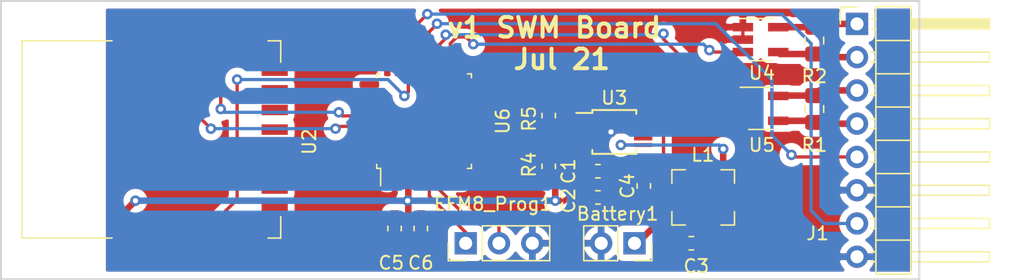
<source format=kicad_pcb>
(kicad_pcb (version 20171130) (host pcbnew "(5.1.6)-1")

  (general
    (thickness 1.6)
    (drawings 5)
    (tracks 145)
    (zones 0)
    (modules 19)
    (nets 58)
  )

  (page A4)
  (layers
    (0 F.Cu signal)
    (31 B.Cu signal)
    (32 B.Adhes user)
    (33 F.Adhes user)
    (34 B.Paste user)
    (35 F.Paste user)
    (36 B.SilkS user)
    (37 F.SilkS user)
    (38 B.Mask user)
    (39 F.Mask user)
    (40 Dwgs.User user)
    (41 Cmts.User user)
    (42 Eco1.User user)
    (43 Eco2.User user)
    (44 Edge.Cuts user)
    (45 Margin user)
    (46 B.CrtYd user)
    (47 F.CrtYd user)
    (48 B.Fab user)
    (49 F.Fab user hide)
  )

  (setup
    (last_trace_width 0.5)
    (user_trace_width 0.5)
    (trace_clearance 0.2)
    (zone_clearance 0.508)
    (zone_45_only no)
    (trace_min 0.2)
    (via_size 0.8)
    (via_drill 0.4)
    (via_min_size 0.4)
    (via_min_drill 0.3)
    (uvia_size 0.3)
    (uvia_drill 0.1)
    (uvias_allowed no)
    (uvia_min_size 0.2)
    (uvia_min_drill 0.1)
    (edge_width 0.05)
    (segment_width 0.2)
    (pcb_text_width 0.3)
    (pcb_text_size 1.5 1.5)
    (mod_edge_width 0.12)
    (mod_text_size 1 1)
    (mod_text_width 0.15)
    (pad_size 1.524 1.524)
    (pad_drill 0.762)
    (pad_to_mask_clearance 0.05)
    (aux_axis_origin 0 0)
    (visible_elements 7FFFFFFF)
    (pcbplotparams
      (layerselection 0x010fc_ffffffff)
      (usegerberextensions false)
      (usegerberattributes true)
      (usegerberadvancedattributes true)
      (creategerberjobfile true)
      (excludeedgelayer true)
      (linewidth 0.100000)
      (plotframeref false)
      (viasonmask false)
      (mode 1)
      (useauxorigin false)
      (hpglpennumber 1)
      (hpglpenspeed 20)
      (hpglpendiameter 15.000000)
      (psnegative false)
      (psa4output false)
      (plotreference true)
      (plotvalue true)
      (plotinvisibletext false)
      (padsonsilk false)
      (subtractmaskfromsilk false)
      (outputformat 1)
      (mirror false)
      (drillshape 1)
      (scaleselection 1)
      (outputdirectory ""))
  )

  (net 0 "")
  (net 1 A2)
  (net 2 GND)
  (net 3 A3)
  (net 4 +3V3)
  (net 5 ARD_RX)
  (net 6 A1)
  (net 7 A0)
  (net 8 PWRC)
  (net 9 ARD_TX)
  (net 10 "Net-(U2-Pad16)")
  (net 11 "Net-(U2-Pad15)")
  (net 12 "Net-(U2-Pad14)")
  (net 13 "Net-(U2-Pad13)")
  (net 14 "Net-(U2-Pad12)")
  (net 15 "Net-(U2-Pad11)")
  (net 16 "Net-(U2-Pad10)")
  (net 17 "Net-(U2-Pad8)")
  (net 18 "Net-(U2-Pad17)")
  (net 19 "Net-(U2-Pad18)")
  (net 20 "Net-(U2-Pad7)")
  (net 21 "Net-(U2-Pad21)")
  (net 22 "Net-(U2-Pad3)")
  (net 23 "Net-(U2-Pad2)")
  (net 24 "Net-(U2-Pad23)")
  (net 25 "Net-(U2-Pad9)")
  (net 26 VIN)
  (net 27 C2_OUT)
  (net 28 C2_IN)
  (net 29 C1_OUT)
  (net 30 C1_IN)
  (net 31 "Net-(L1-Pad2)")
  (net 32 VFB)
  (net 33 LBO)
  (net 34 STATUS)
  (net 35 "Net-(U6-Pad32)")
  (net 36 "Net-(U6-Pad31)")
  (net 37 "Net-(U6-Pad30)")
  (net 38 "Net-(U6-Pad27)")
  (net 39 "Net-(U6-Pad26)")
  (net 40 "Net-(U6-Pad25)")
  (net 41 "Net-(U6-Pad24)")
  (net 42 "Net-(U6-Pad23)")
  (net 43 "Net-(U6-Pad17)")
  (net 44 "Net-(U6-Pad16)")
  (net 45 "Net-(U6-Pad15)")
  (net 46 "Net-(U6-Pad14)")
  (net 47 "Net-(U6-Pad13)")
  (net 48 "Net-(U6-Pad12)")
  (net 49 "Net-(U6-Pad11)")
  (net 50 "Net-(U6-Pad10)")
  (net 51 "Net-(U6-Pad9)")
  (net 52 "Net-(U6-Pad8)")
  (net 53 "Net-(U6-Pad7)")
  (net 54 C2D)
  (net 55 C2CK)
  (net 56 "Net-(U6-Pad1)")
  (net 57 PGT)

  (net_class Default "This is the default net class."
    (clearance 0.2)
    (trace_width 0.25)
    (via_dia 0.8)
    (via_drill 0.4)
    (uvia_dia 0.3)
    (uvia_drill 0.1)
    (add_net +3V3)
    (add_net A0)
    (add_net A1)
    (add_net A2)
    (add_net A3)
    (add_net ARD_RX)
    (add_net ARD_TX)
    (add_net C1_IN)
    (add_net C1_OUT)
    (add_net C2CK)
    (add_net C2D)
    (add_net C2_IN)
    (add_net C2_OUT)
    (add_net GND)
    (add_net LBO)
    (add_net "Net-(L1-Pad2)")
    (add_net "Net-(U2-Pad10)")
    (add_net "Net-(U2-Pad11)")
    (add_net "Net-(U2-Pad12)")
    (add_net "Net-(U2-Pad13)")
    (add_net "Net-(U2-Pad14)")
    (add_net "Net-(U2-Pad15)")
    (add_net "Net-(U2-Pad16)")
    (add_net "Net-(U2-Pad17)")
    (add_net "Net-(U2-Pad18)")
    (add_net "Net-(U2-Pad2)")
    (add_net "Net-(U2-Pad21)")
    (add_net "Net-(U2-Pad23)")
    (add_net "Net-(U2-Pad3)")
    (add_net "Net-(U2-Pad7)")
    (add_net "Net-(U2-Pad8)")
    (add_net "Net-(U2-Pad9)")
    (add_net "Net-(U6-Pad1)")
    (add_net "Net-(U6-Pad10)")
    (add_net "Net-(U6-Pad11)")
    (add_net "Net-(U6-Pad12)")
    (add_net "Net-(U6-Pad13)")
    (add_net "Net-(U6-Pad14)")
    (add_net "Net-(U6-Pad15)")
    (add_net "Net-(U6-Pad16)")
    (add_net "Net-(U6-Pad17)")
    (add_net "Net-(U6-Pad23)")
    (add_net "Net-(U6-Pad24)")
    (add_net "Net-(U6-Pad25)")
    (add_net "Net-(U6-Pad26)")
    (add_net "Net-(U6-Pad27)")
    (add_net "Net-(U6-Pad30)")
    (add_net "Net-(U6-Pad31)")
    (add_net "Net-(U6-Pad32)")
    (add_net "Net-(U6-Pad7)")
    (add_net "Net-(U6-Pad8)")
    (add_net "Net-(U6-Pad9)")
    (add_net PGT)
    (add_net PWRC)
    (add_net STATUS)
    (add_net VFB)
    (add_net VIN)
  )

  (module Package_SO:MSOP-10_3x3mm_P0.5mm (layer F.Cu) (tedit 5A02F25C) (tstamp 6100DE39)
    (at 156.75 85)
    (descr "10-Lead Plastic Micro Small Outline Package (MS) [MSOP] (see Microchip Packaging Specification 00000049BS.pdf)")
    (tags "SSOP 0.5")
    (path /60F711CF)
    (attr smd)
    (fp_text reference U3 (at 0 -2.6) (layer F.SilkS)
      (effects (font (size 1 1) (thickness 0.15)))
    )
    (fp_text value MCP16415 (at 0 2.6) (layer F.Fab)
      (effects (font (size 1 1) (thickness 0.15)))
    )
    (fp_line (start -0.5 -1.5) (end 1.5 -1.5) (layer F.Fab) (width 0.15))
    (fp_line (start 1.5 -1.5) (end 1.5 1.5) (layer F.Fab) (width 0.15))
    (fp_line (start 1.5 1.5) (end -1.5 1.5) (layer F.Fab) (width 0.15))
    (fp_line (start -1.5 1.5) (end -1.5 -0.5) (layer F.Fab) (width 0.15))
    (fp_line (start -1.5 -0.5) (end -0.5 -1.5) (layer F.Fab) (width 0.15))
    (fp_line (start -3.15 -1.85) (end -3.15 1.85) (layer F.CrtYd) (width 0.05))
    (fp_line (start 3.15 -1.85) (end 3.15 1.85) (layer F.CrtYd) (width 0.05))
    (fp_line (start -3.15 -1.85) (end 3.15 -1.85) (layer F.CrtYd) (width 0.05))
    (fp_line (start -3.15 1.85) (end 3.15 1.85) (layer F.CrtYd) (width 0.05))
    (fp_line (start -1.675 -1.675) (end -1.675 -1.45) (layer F.SilkS) (width 0.15))
    (fp_line (start 1.675 -1.675) (end 1.675 -1.375) (layer F.SilkS) (width 0.15))
    (fp_line (start 1.675 1.675) (end 1.675 1.375) (layer F.SilkS) (width 0.15))
    (fp_line (start -1.675 1.675) (end -1.675 1.375) (layer F.SilkS) (width 0.15))
    (fp_line (start -1.675 -1.675) (end 1.675 -1.675) (layer F.SilkS) (width 0.15))
    (fp_line (start -1.675 1.675) (end 1.675 1.675) (layer F.SilkS) (width 0.15))
    (fp_line (start -1.675 -1.45) (end -2.9 -1.45) (layer F.SilkS) (width 0.15))
    (fp_text user %R (at 0 0) (layer F.Fab)
      (effects (font (size 0.6 0.6) (thickness 0.15)))
    )
    (pad 10 smd rect (at 2.2 -1) (size 1.4 0.3) (layers F.Cu F.Paste F.Mask)
      (net 26 VIN))
    (pad 9 smd rect (at 2.2 -0.5) (size 1.4 0.3) (layers F.Cu F.Paste F.Mask)
      (net 26 VIN))
    (pad 8 smd rect (at 2.2 0) (size 1.4 0.3) (layers F.Cu F.Paste F.Mask)
      (net 2 GND))
    (pad 7 smd rect (at 2.2 0.5) (size 1.4 0.3) (layers F.Cu F.Paste F.Mask)
      (net 2 GND))
    (pad 6 smd rect (at 2.2 1) (size 1.4 0.3) (layers F.Cu F.Paste F.Mask)
      (net 31 "Net-(L1-Pad2)"))
    (pad 5 smd rect (at -2.2 1) (size 1.4 0.3) (layers F.Cu F.Paste F.Mask)
      (net 4 +3V3))
    (pad 4 smd rect (at -2.2 0.5) (size 1.4 0.3) (layers F.Cu F.Paste F.Mask)
      (net 32 VFB))
    (pad 3 smd rect (at -2.2 0) (size 1.4 0.3) (layers F.Cu F.Paste F.Mask)
      (net 57 PGT))
    (pad 2 smd rect (at -2.2 -0.5) (size 1.4 0.3) (layers F.Cu F.Paste F.Mask)
      (net 33 LBO))
    (pad 1 smd rect (at -2.2 -1) (size 1.4 0.3) (layers F.Cu F.Paste F.Mask)
      (net 26 VIN))
    (model ${KISYS3DMOD}/Package_SO.3dshapes/MSOP-10_3x3mm_P0.5mm.wrl
      (at (xyz 0 0 0))
      (scale (xyz 1 1 1))
      (rotate (xyz 0 0 0))
    )
  )

  (module Connector_PinHeader_2.54mm:PinHeader_1x03_P2.54mm_Vertical (layer F.Cu) (tedit 59FED5CC) (tstamp 61009DC8)
    (at 145.42 93.5 90)
    (descr "Through hole straight pin header, 1x03, 2.54mm pitch, single row")
    (tags "Through hole pin header THT 1x03 2.54mm single row")
    (path /61023B63)
    (fp_text reference EFM8_Prog1 (at 3 2.08 180) (layer F.SilkS)
      (effects (font (size 1 1) (thickness 0.15)))
    )
    (fp_text value Conn_01x03 (at 0 7.41 90) (layer F.Fab)
      (effects (font (size 1 1) (thickness 0.15)))
    )
    (fp_text user %R (at 0 2.54) (layer F.Fab)
      (effects (font (size 1 1) (thickness 0.15)))
    )
    (fp_line (start -0.635 -1.27) (end 1.27 -1.27) (layer F.Fab) (width 0.1))
    (fp_line (start 1.27 -1.27) (end 1.27 6.35) (layer F.Fab) (width 0.1))
    (fp_line (start 1.27 6.35) (end -1.27 6.35) (layer F.Fab) (width 0.1))
    (fp_line (start -1.27 6.35) (end -1.27 -0.635) (layer F.Fab) (width 0.1))
    (fp_line (start -1.27 -0.635) (end -0.635 -1.27) (layer F.Fab) (width 0.1))
    (fp_line (start -1.33 6.41) (end 1.33 6.41) (layer F.SilkS) (width 0.12))
    (fp_line (start -1.33 1.27) (end -1.33 6.41) (layer F.SilkS) (width 0.12))
    (fp_line (start 1.33 1.27) (end 1.33 6.41) (layer F.SilkS) (width 0.12))
    (fp_line (start -1.33 1.27) (end 1.33 1.27) (layer F.SilkS) (width 0.12))
    (fp_line (start -1.33 0) (end -1.33 -1.33) (layer F.SilkS) (width 0.12))
    (fp_line (start -1.33 -1.33) (end 0 -1.33) (layer F.SilkS) (width 0.12))
    (fp_line (start -1.8 -1.8) (end -1.8 6.85) (layer F.CrtYd) (width 0.05))
    (fp_line (start -1.8 6.85) (end 1.8 6.85) (layer F.CrtYd) (width 0.05))
    (fp_line (start 1.8 6.85) (end 1.8 -1.8) (layer F.CrtYd) (width 0.05))
    (fp_line (start 1.8 -1.8) (end -1.8 -1.8) (layer F.CrtYd) (width 0.05))
    (pad 3 thru_hole oval (at 0 5.08 90) (size 1.7 1.7) (drill 1) (layers *.Cu *.Mask)
      (net 2 GND))
    (pad 2 thru_hole oval (at 0 2.54 90) (size 1.7 1.7) (drill 1) (layers *.Cu *.Mask)
      (net 54 C2D))
    (pad 1 thru_hole rect (at 0 0 90) (size 1.7 1.7) (drill 1) (layers *.Cu *.Mask)
      (net 55 C2CK))
    (model ${KISYS3DMOD}/Connector_PinHeader_2.54mm.3dshapes/PinHeader_1x03_P2.54mm_Vertical.wrl
      (at (xyz 0 0 0))
      (scale (xyz 1 1 1))
      (rotate (xyz 0 0 0))
    )
  )

  (module Package_QFP:LQFP-32_7x7mm_P0.8mm (layer F.Cu) (tedit 5D9F72AF) (tstamp 610094B7)
    (at 142.25 84.175 90)
    (descr "LQFP, 32 Pin (https://www.nxp.com/docs/en/package-information/SOT358-1.pdf), generated with kicad-footprint-generator ipc_gullwing_generator.py")
    (tags "LQFP QFP")
    (path /6100BE6A)
    (attr smd)
    (fp_text reference U6 (at 0 6 90) (layer F.SilkS)
      (effects (font (size 1 1) (thickness 0.15)))
    )
    (fp_text value EFM8LB1x-QFP32 (at 0 5.88 90) (layer F.Fab)
      (effects (font (size 1 1) (thickness 0.15)))
    )
    (fp_text user %R (at 0 0 90) (layer F.Fab)
      (effects (font (size 1 1) (thickness 0.15)))
    )
    (fp_line (start 3.31 3.61) (end 3.61 3.61) (layer F.SilkS) (width 0.12))
    (fp_line (start 3.61 3.61) (end 3.61 3.31) (layer F.SilkS) (width 0.12))
    (fp_line (start -3.31 3.61) (end -3.61 3.61) (layer F.SilkS) (width 0.12))
    (fp_line (start -3.61 3.61) (end -3.61 3.31) (layer F.SilkS) (width 0.12))
    (fp_line (start 3.31 -3.61) (end 3.61 -3.61) (layer F.SilkS) (width 0.12))
    (fp_line (start 3.61 -3.61) (end 3.61 -3.31) (layer F.SilkS) (width 0.12))
    (fp_line (start -3.31 -3.61) (end -3.61 -3.61) (layer F.SilkS) (width 0.12))
    (fp_line (start -3.61 -3.61) (end -3.61 -3.31) (layer F.SilkS) (width 0.12))
    (fp_line (start -3.61 -3.31) (end -4.925 -3.31) (layer F.SilkS) (width 0.12))
    (fp_line (start -2.5 -3.5) (end 3.5 -3.5) (layer F.Fab) (width 0.1))
    (fp_line (start 3.5 -3.5) (end 3.5 3.5) (layer F.Fab) (width 0.1))
    (fp_line (start 3.5 3.5) (end -3.5 3.5) (layer F.Fab) (width 0.1))
    (fp_line (start -3.5 3.5) (end -3.5 -2.5) (layer F.Fab) (width 0.1))
    (fp_line (start -3.5 -2.5) (end -2.5 -3.5) (layer F.Fab) (width 0.1))
    (fp_line (start 0 -5.18) (end -3.3 -5.18) (layer F.CrtYd) (width 0.05))
    (fp_line (start -3.3 -5.18) (end -3.3 -3.75) (layer F.CrtYd) (width 0.05))
    (fp_line (start -3.3 -3.75) (end -3.75 -3.75) (layer F.CrtYd) (width 0.05))
    (fp_line (start -3.75 -3.75) (end -3.75 -3.3) (layer F.CrtYd) (width 0.05))
    (fp_line (start -3.75 -3.3) (end -5.18 -3.3) (layer F.CrtYd) (width 0.05))
    (fp_line (start -5.18 -3.3) (end -5.18 0) (layer F.CrtYd) (width 0.05))
    (fp_line (start 0 -5.18) (end 3.3 -5.18) (layer F.CrtYd) (width 0.05))
    (fp_line (start 3.3 -5.18) (end 3.3 -3.75) (layer F.CrtYd) (width 0.05))
    (fp_line (start 3.3 -3.75) (end 3.75 -3.75) (layer F.CrtYd) (width 0.05))
    (fp_line (start 3.75 -3.75) (end 3.75 -3.3) (layer F.CrtYd) (width 0.05))
    (fp_line (start 3.75 -3.3) (end 5.18 -3.3) (layer F.CrtYd) (width 0.05))
    (fp_line (start 5.18 -3.3) (end 5.18 0) (layer F.CrtYd) (width 0.05))
    (fp_line (start 0 5.18) (end -3.3 5.18) (layer F.CrtYd) (width 0.05))
    (fp_line (start -3.3 5.18) (end -3.3 3.75) (layer F.CrtYd) (width 0.05))
    (fp_line (start -3.3 3.75) (end -3.75 3.75) (layer F.CrtYd) (width 0.05))
    (fp_line (start -3.75 3.75) (end -3.75 3.3) (layer F.CrtYd) (width 0.05))
    (fp_line (start -3.75 3.3) (end -5.18 3.3) (layer F.CrtYd) (width 0.05))
    (fp_line (start -5.18 3.3) (end -5.18 0) (layer F.CrtYd) (width 0.05))
    (fp_line (start 0 5.18) (end 3.3 5.18) (layer F.CrtYd) (width 0.05))
    (fp_line (start 3.3 5.18) (end 3.3 3.75) (layer F.CrtYd) (width 0.05))
    (fp_line (start 3.3 3.75) (end 3.75 3.75) (layer F.CrtYd) (width 0.05))
    (fp_line (start 3.75 3.75) (end 3.75 3.3) (layer F.CrtYd) (width 0.05))
    (fp_line (start 3.75 3.3) (end 5.18 3.3) (layer F.CrtYd) (width 0.05))
    (fp_line (start 5.18 3.3) (end 5.18 0) (layer F.CrtYd) (width 0.05))
    (pad 32 smd roundrect (at -2.8 -4.175 90) (size 0.5 1.5) (layers F.Cu F.Paste F.Mask) (roundrect_rratio 0.25)
      (net 35 "Net-(U6-Pad32)"))
    (pad 31 smd roundrect (at -2 -4.175 90) (size 0.5 1.5) (layers F.Cu F.Paste F.Mask) (roundrect_rratio 0.25)
      (net 36 "Net-(U6-Pad31)"))
    (pad 30 smd roundrect (at -1.2 -4.175 90) (size 0.5 1.5) (layers F.Cu F.Paste F.Mask) (roundrect_rratio 0.25)
      (net 37 "Net-(U6-Pad30)"))
    (pad 29 smd roundrect (at -0.4 -4.175 90) (size 0.5 1.5) (layers F.Cu F.Paste F.Mask) (roundrect_rratio 0.25)
      (net 9 ARD_TX))
    (pad 28 smd roundrect (at 0.4 -4.175 90) (size 0.5 1.5) (layers F.Cu F.Paste F.Mask) (roundrect_rratio 0.25)
      (net 5 ARD_RX))
    (pad 27 smd roundrect (at 1.2 -4.175 90) (size 0.5 1.5) (layers F.Cu F.Paste F.Mask) (roundrect_rratio 0.25)
      (net 38 "Net-(U6-Pad27)"))
    (pad 26 smd roundrect (at 2 -4.175 90) (size 0.5 1.5) (layers F.Cu F.Paste F.Mask) (roundrect_rratio 0.25)
      (net 39 "Net-(U6-Pad26)"))
    (pad 25 smd roundrect (at 2.8 -4.175 90) (size 0.5 1.5) (layers F.Cu F.Paste F.Mask) (roundrect_rratio 0.25)
      (net 40 "Net-(U6-Pad25)"))
    (pad 24 smd roundrect (at 4.175 -2.8 90) (size 1.5 0.5) (layers F.Cu F.Paste F.Mask) (roundrect_rratio 0.25)
      (net 41 "Net-(U6-Pad24)"))
    (pad 23 smd roundrect (at 4.175 -2 90) (size 1.5 0.5) (layers F.Cu F.Paste F.Mask) (roundrect_rratio 0.25)
      (net 42 "Net-(U6-Pad23)"))
    (pad 22 smd roundrect (at 4.175 -1.2 90) (size 1.5 0.5) (layers F.Cu F.Paste F.Mask) (roundrect_rratio 0.25)
      (net 34 STATUS))
    (pad 21 smd roundrect (at 4.175 -0.4 90) (size 1.5 0.5) (layers F.Cu F.Paste F.Mask) (roundrect_rratio 0.25)
      (net 3 A3))
    (pad 20 smd roundrect (at 4.175 0.4 90) (size 1.5 0.5) (layers F.Cu F.Paste F.Mask) (roundrect_rratio 0.25)
      (net 1 A2))
    (pad 19 smd roundrect (at 4.175 1.2 90) (size 1.5 0.5) (layers F.Cu F.Paste F.Mask) (roundrect_rratio 0.25)
      (net 6 A1))
    (pad 18 smd roundrect (at 4.175 2 90) (size 1.5 0.5) (layers F.Cu F.Paste F.Mask) (roundrect_rratio 0.25)
      (net 7 A0))
    (pad 17 smd roundrect (at 4.175 2.8 90) (size 1.5 0.5) (layers F.Cu F.Paste F.Mask) (roundrect_rratio 0.25)
      (net 43 "Net-(U6-Pad17)"))
    (pad 16 smd roundrect (at 2.8 4.175 90) (size 0.5 1.5) (layers F.Cu F.Paste F.Mask) (roundrect_rratio 0.25)
      (net 44 "Net-(U6-Pad16)"))
    (pad 15 smd roundrect (at 2 4.175 90) (size 0.5 1.5) (layers F.Cu F.Paste F.Mask) (roundrect_rratio 0.25)
      (net 45 "Net-(U6-Pad15)"))
    (pad 14 smd roundrect (at 1.2 4.175 90) (size 0.5 1.5) (layers F.Cu F.Paste F.Mask) (roundrect_rratio 0.25)
      (net 46 "Net-(U6-Pad14)"))
    (pad 13 smd roundrect (at 0.4 4.175 90) (size 0.5 1.5) (layers F.Cu F.Paste F.Mask) (roundrect_rratio 0.25)
      (net 47 "Net-(U6-Pad13)"))
    (pad 12 smd roundrect (at -0.4 4.175 90) (size 0.5 1.5) (layers F.Cu F.Paste F.Mask) (roundrect_rratio 0.25)
      (net 48 "Net-(U6-Pad12)"))
    (pad 11 smd roundrect (at -1.2 4.175 90) (size 0.5 1.5) (layers F.Cu F.Paste F.Mask) (roundrect_rratio 0.25)
      (net 49 "Net-(U6-Pad11)"))
    (pad 10 smd roundrect (at -2 4.175 90) (size 0.5 1.5) (layers F.Cu F.Paste F.Mask) (roundrect_rratio 0.25)
      (net 50 "Net-(U6-Pad10)"))
    (pad 9 smd roundrect (at -2.8 4.175 90) (size 0.5 1.5) (layers F.Cu F.Paste F.Mask) (roundrect_rratio 0.25)
      (net 51 "Net-(U6-Pad9)"))
    (pad 8 smd roundrect (at -4.175 2.8 90) (size 1.5 0.5) (layers F.Cu F.Paste F.Mask) (roundrect_rratio 0.25)
      (net 52 "Net-(U6-Pad8)"))
    (pad 7 smd roundrect (at -4.175 2 90) (size 1.5 0.5) (layers F.Cu F.Paste F.Mask) (roundrect_rratio 0.25)
      (net 53 "Net-(U6-Pad7)"))
    (pad 6 smd roundrect (at -4.175 1.2 90) (size 1.5 0.5) (layers F.Cu F.Paste F.Mask) (roundrect_rratio 0.25)
      (net 54 C2D))
    (pad 5 smd roundrect (at -4.175 0.4 90) (size 1.5 0.5) (layers F.Cu F.Paste F.Mask) (roundrect_rratio 0.25)
      (net 55 C2CK))
    (pad 4 smd roundrect (at -4.175 -0.4 90) (size 1.5 0.5) (layers F.Cu F.Paste F.Mask) (roundrect_rratio 0.25)
      (net 4 +3V3))
    (pad 3 smd roundrect (at -4.175 -1.2 90) (size 1.5 0.5) (layers F.Cu F.Paste F.Mask) (roundrect_rratio 0.25)
      (net 4 +3V3))
    (pad 2 smd roundrect (at -4.175 -2 90) (size 1.5 0.5) (layers F.Cu F.Paste F.Mask) (roundrect_rratio 0.25)
      (net 2 GND))
    (pad 1 smd roundrect (at -4.175 -2.8 90) (size 1.5 0.5) (layers F.Cu F.Paste F.Mask) (roundrect_rratio 0.25)
      (net 56 "Net-(U6-Pad1)"))
    (model ${KISYS3DMOD}/Package_QFP.3dshapes/LQFP-32_7x7mm_P0.8mm.wrl
      (at (xyz 0 0 0))
      (scale (xyz 1 1 1))
      (rotate (xyz 0 0 0))
    )
  )

  (module Capacitor_SMD:C_0603_1608Metric_Pad1.05x0.95mm_HandSolder (layer F.Cu) (tedit 5B301BBE) (tstamp 6100641F)
    (at 142 92.375 270)
    (descr "Capacitor SMD 0603 (1608 Metric), square (rectangular) end terminal, IPC_7351 nominal with elongated pad for handsoldering. (Body size source: http://www.tortai-tech.com/upload/download/2011102023233369053.pdf), generated with kicad-footprint-generator")
    (tags "capacitor handsolder")
    (path /610112E3)
    (attr smd)
    (fp_text reference C6 (at 2.625 0 180) (layer F.SilkS)
      (effects (font (size 1 1) (thickness 0.15)))
    )
    (fp_text value 0.1uF (at 0 1.43 90) (layer F.Fab)
      (effects (font (size 1 1) (thickness 0.15)))
    )
    (fp_text user %R (at 0 0 90) (layer F.Fab)
      (effects (font (size 0.4 0.4) (thickness 0.06)))
    )
    (fp_line (start -0.8 0.4) (end -0.8 -0.4) (layer F.Fab) (width 0.1))
    (fp_line (start -0.8 -0.4) (end 0.8 -0.4) (layer F.Fab) (width 0.1))
    (fp_line (start 0.8 -0.4) (end 0.8 0.4) (layer F.Fab) (width 0.1))
    (fp_line (start 0.8 0.4) (end -0.8 0.4) (layer F.Fab) (width 0.1))
    (fp_line (start -0.171267 -0.51) (end 0.171267 -0.51) (layer F.SilkS) (width 0.12))
    (fp_line (start -0.171267 0.51) (end 0.171267 0.51) (layer F.SilkS) (width 0.12))
    (fp_line (start -1.65 0.73) (end -1.65 -0.73) (layer F.CrtYd) (width 0.05))
    (fp_line (start -1.65 -0.73) (end 1.65 -0.73) (layer F.CrtYd) (width 0.05))
    (fp_line (start 1.65 -0.73) (end 1.65 0.73) (layer F.CrtYd) (width 0.05))
    (fp_line (start 1.65 0.73) (end -1.65 0.73) (layer F.CrtYd) (width 0.05))
    (pad 2 smd roundrect (at 0.875 0 270) (size 1.05 0.95) (layers F.Cu F.Paste F.Mask) (roundrect_rratio 0.25)
      (net 2 GND))
    (pad 1 smd roundrect (at -0.875 0 270) (size 1.05 0.95) (layers F.Cu F.Paste F.Mask) (roundrect_rratio 0.25)
      (net 4 +3V3))
    (model ${KISYS3DMOD}/Capacitor_SMD.3dshapes/C_0603_1608Metric.wrl
      (at (xyz 0 0 0))
      (scale (xyz 1 1 1))
      (rotate (xyz 0 0 0))
    )
  )

  (module Capacitor_SMD:C_0603_1608Metric_Pad1.05x0.95mm_HandSolder (layer F.Cu) (tedit 5B301BBE) (tstamp 6100640E)
    (at 140 92.375 270)
    (descr "Capacitor SMD 0603 (1608 Metric), square (rectangular) end terminal, IPC_7351 nominal with elongated pad for handsoldering. (Body size source: http://www.tortai-tech.com/upload/download/2011102023233369053.pdf), generated with kicad-footprint-generator")
    (tags "capacitor handsolder")
    (path /61011D4D)
    (attr smd)
    (fp_text reference C5 (at 2.625 0.25 180) (layer F.SilkS)
      (effects (font (size 1 1) (thickness 0.15)))
    )
    (fp_text value 4.7uF (at 0 1.43 90) (layer F.Fab)
      (effects (font (size 1 1) (thickness 0.15)))
    )
    (fp_text user %R (at 0 0 90) (layer F.Fab)
      (effects (font (size 0.4 0.4) (thickness 0.06)))
    )
    (fp_line (start -0.8 0.4) (end -0.8 -0.4) (layer F.Fab) (width 0.1))
    (fp_line (start -0.8 -0.4) (end 0.8 -0.4) (layer F.Fab) (width 0.1))
    (fp_line (start 0.8 -0.4) (end 0.8 0.4) (layer F.Fab) (width 0.1))
    (fp_line (start 0.8 0.4) (end -0.8 0.4) (layer F.Fab) (width 0.1))
    (fp_line (start -0.171267 -0.51) (end 0.171267 -0.51) (layer F.SilkS) (width 0.12))
    (fp_line (start -0.171267 0.51) (end 0.171267 0.51) (layer F.SilkS) (width 0.12))
    (fp_line (start -1.65 0.73) (end -1.65 -0.73) (layer F.CrtYd) (width 0.05))
    (fp_line (start -1.65 -0.73) (end 1.65 -0.73) (layer F.CrtYd) (width 0.05))
    (fp_line (start 1.65 -0.73) (end 1.65 0.73) (layer F.CrtYd) (width 0.05))
    (fp_line (start 1.65 0.73) (end -1.65 0.73) (layer F.CrtYd) (width 0.05))
    (pad 2 smd roundrect (at 0.875 0 270) (size 1.05 0.95) (layers F.Cu F.Paste F.Mask) (roundrect_rratio 0.25)
      (net 2 GND))
    (pad 1 smd roundrect (at -0.875 0 270) (size 1.05 0.95) (layers F.Cu F.Paste F.Mask) (roundrect_rratio 0.25)
      (net 4 +3V3))
    (model ${KISYS3DMOD}/Capacitor_SMD.3dshapes/C_0603_1608Metric.wrl
      (at (xyz 0 0 0))
      (scale (xyz 1 1 1))
      (rotate (xyz 0 0 0))
    )
  )

  (module Resistor_SMD:R_0603_1608Metric_Pad1.05x0.95mm_HandSolder (layer F.Cu) (tedit 5B301BBD) (tstamp 6100DF15)
    (at 151.75 83.75 270)
    (descr "Resistor SMD 0603 (1608 Metric), square (rectangular) end terminal, IPC_7351 nominal with elongated pad for handsoldering. (Body size source: http://www.tortai-tech.com/upload/download/2011102023233369053.pdf), generated with kicad-footprint-generator")
    (tags "resistor handsolder")
    (path /60FE1FFB)
    (attr smd)
    (fp_text reference R5 (at 0.25 1.5 90) (layer F.SilkS)
      (effects (font (size 1 1) (thickness 0.15)))
    )
    (fp_text value 360k (at 0 1.43 90) (layer F.Fab)
      (effects (font (size 1 1) (thickness 0.15)))
    )
    (fp_line (start -0.8 0.4) (end -0.8 -0.4) (layer F.Fab) (width 0.1))
    (fp_line (start -0.8 -0.4) (end 0.8 -0.4) (layer F.Fab) (width 0.1))
    (fp_line (start 0.8 -0.4) (end 0.8 0.4) (layer F.Fab) (width 0.1))
    (fp_line (start 0.8 0.4) (end -0.8 0.4) (layer F.Fab) (width 0.1))
    (fp_line (start -0.171267 -0.51) (end 0.171267 -0.51) (layer F.SilkS) (width 0.12))
    (fp_line (start -0.171267 0.51) (end 0.171267 0.51) (layer F.SilkS) (width 0.12))
    (fp_line (start -1.65 0.73) (end -1.65 -0.73) (layer F.CrtYd) (width 0.05))
    (fp_line (start -1.65 -0.73) (end 1.65 -0.73) (layer F.CrtYd) (width 0.05))
    (fp_line (start 1.65 -0.73) (end 1.65 0.73) (layer F.CrtYd) (width 0.05))
    (fp_line (start 1.65 0.73) (end -1.65 0.73) (layer F.CrtYd) (width 0.05))
    (fp_text user %R (at 0 0 90) (layer F.Fab)
      (effects (font (size 0.4 0.4) (thickness 0.06)))
    )
    (pad 2 smd roundrect (at 0.875 0 270) (size 1.05 0.95) (layers F.Cu F.Paste F.Mask) (roundrect_rratio 0.25)
      (net 32 VFB))
    (pad 1 smd roundrect (at -0.875 0 270) (size 1.05 0.95) (layers F.Cu F.Paste F.Mask) (roundrect_rratio 0.25)
      (net 2 GND))
    (model ${KISYS3DMOD}/Resistor_SMD.3dshapes/R_0603_1608Metric.wrl
      (at (xyz 0 0 0))
      (scale (xyz 1 1 1))
      (rotate (xyz 0 0 0))
    )
  )

  (module Resistor_SMD:R_0603_1608Metric_Pad1.05x0.95mm_HandSolder (layer F.Cu) (tedit 5B301BBD) (tstamp 6100DF45)
    (at 151.75 87.625 270)
    (descr "Resistor SMD 0603 (1608 Metric), square (rectangular) end terminal, IPC_7351 nominal with elongated pad for handsoldering. (Body size source: http://www.tortai-tech.com/upload/download/2011102023233369053.pdf), generated with kicad-footprint-generator")
    (tags "resistor handsolder")
    (path /60FE08B8)
    (attr smd)
    (fp_text reference R4 (at -0.125 1.5 90) (layer F.SilkS)
      (effects (font (size 1 1) (thickness 0.15)))
    )
    (fp_text value 866k (at 0 1.43 90) (layer F.Fab)
      (effects (font (size 1 1) (thickness 0.15)))
    )
    (fp_line (start -0.8 0.4) (end -0.8 -0.4) (layer F.Fab) (width 0.1))
    (fp_line (start -0.8 -0.4) (end 0.8 -0.4) (layer F.Fab) (width 0.1))
    (fp_line (start 0.8 -0.4) (end 0.8 0.4) (layer F.Fab) (width 0.1))
    (fp_line (start 0.8 0.4) (end -0.8 0.4) (layer F.Fab) (width 0.1))
    (fp_line (start -0.171267 -0.51) (end 0.171267 -0.51) (layer F.SilkS) (width 0.12))
    (fp_line (start -0.171267 0.51) (end 0.171267 0.51) (layer F.SilkS) (width 0.12))
    (fp_line (start -1.65 0.73) (end -1.65 -0.73) (layer F.CrtYd) (width 0.05))
    (fp_line (start -1.65 -0.73) (end 1.65 -0.73) (layer F.CrtYd) (width 0.05))
    (fp_line (start 1.65 -0.73) (end 1.65 0.73) (layer F.CrtYd) (width 0.05))
    (fp_line (start 1.65 0.73) (end -1.65 0.73) (layer F.CrtYd) (width 0.05))
    (fp_text user %R (at 0 0 90) (layer F.Fab)
      (effects (font (size 0.4 0.4) (thickness 0.06)))
    )
    (pad 2 smd roundrect (at 0.875 0 270) (size 1.05 0.95) (layers F.Cu F.Paste F.Mask) (roundrect_rratio 0.25)
      (net 4 +3V3))
    (pad 1 smd roundrect (at -0.875 0 270) (size 1.05 0.95) (layers F.Cu F.Paste F.Mask) (roundrect_rratio 0.25)
      (net 32 VFB))
    (model ${KISYS3DMOD}/Resistor_SMD.3dshapes/R_0603_1608Metric.wrl
      (at (xyz 0 0 0))
      (scale (xyz 1 1 1))
      (rotate (xyz 0 0 0))
    )
  )

  (module Inductor_SMD:L_Bourns-SRN4018 (layer F.Cu) (tedit 5B471911) (tstamp 60FC3BD7)
    (at 163.525 90)
    (descr "Bourns SRN4018 series SMD inductor, https://www.bourns.com/docs/Product-Datasheets/SRN4018.pdf")
    (tags "Bourns SRN4018 SMD inductor")
    (path /60FD4756)
    (attr smd)
    (fp_text reference L1 (at -0.025 -3.25) (layer F.SilkS)
      (effects (font (size 1 1) (thickness 0.15)))
    )
    (fp_text value 4.7uH (at 0 -3.1) (layer F.Fab)
      (effects (font (size 1 1) (thickness 0.15)))
    )
    (fp_line (start 2 2) (end -2 2) (layer F.Fab) (width 0.1))
    (fp_line (start -2 -2) (end 2 -2) (layer F.Fab) (width 0.1))
    (fp_line (start -2.385 -2.11) (end -2.385 -1.085) (layer F.SilkS) (width 0.12))
    (fp_line (start -2.385 -2.11) (end -1.36 -2.11) (layer F.SilkS) (width 0.12))
    (fp_line (start -2 -2) (end -2 2) (layer F.Fab) (width 0.1))
    (fp_line (start 2 -2) (end 2 2) (layer F.Fab) (width 0.1))
    (fp_line (start 2.385 -2.11) (end 1.36 -2.11) (layer F.SilkS) (width 0.12))
    (fp_line (start 2.385 -2.11) (end 2.385 -1.085) (layer F.SilkS) (width 0.12))
    (fp_line (start 2.385 2.11) (end 2.385 1.085) (layer F.SilkS) (width 0.12))
    (fp_line (start -2.385 2.11) (end -2.385 1.085) (layer F.SilkS) (width 0.12))
    (fp_line (start 2.385 2.11) (end 1.36 2.11) (layer F.SilkS) (width 0.12))
    (fp_line (start -2.385 2.11) (end -1.36 2.11) (layer F.SilkS) (width 0.12))
    (fp_line (start -2.53 -2.25) (end 2.53 -2.25) (layer F.CrtYd) (width 0.05))
    (fp_line (start 2.53 -2.25) (end 2.53 2.25) (layer F.CrtYd) (width 0.05))
    (fp_line (start -2.53 2.25) (end 2.53 2.25) (layer F.CrtYd) (width 0.05))
    (fp_line (start -2.53 -2.25) (end -2.53 2.25) (layer F.CrtYd) (width 0.05))
    (fp_text user %R (at 0 0) (layer F.Fab)
      (effects (font (size 1 1) (thickness 0.15)))
    )
    (pad 2 smd rect (at 1.525 0) (size 1.5 3.6) (layers F.Cu F.Paste F.Mask)
      (net 31 "Net-(L1-Pad2)"))
    (pad 1 smd rect (at -1.525 0) (size 1.5 3.6) (layers F.Cu F.Paste F.Mask)
      (net 26 VIN))
    (model ${KISYS3DMOD}/Inductor_SMD.3dshapes/L_Bourns-SRN4018.wrl
      (at (xyz 0 0 0))
      (scale (xyz 1 1 1))
      (rotate (xyz 0 0 0))
    )
  )

  (module Connector_PinHeader_2.54mm:PinHeader_1x08_P2.54mm_Horizontal (layer F.Cu) (tedit 59FED5CB) (tstamp 60FC539F)
    (at 175.25 76.75)
    (descr "Through hole angled pin header, 1x08, 2.54mm pitch, 6mm pin length, single row")
    (tags "Through hole angled pin header THT 1x08 2.54mm single row")
    (path /60FC6837)
    (fp_text reference J1 (at -3 16) (layer F.SilkS)
      (effects (font (size 1 1) (thickness 0.15)))
    )
    (fp_text value Conn_01x08 (at 4.385 20.05) (layer F.Fab)
      (effects (font (size 1 1) (thickness 0.15)))
    )
    (fp_line (start 2.135 -1.27) (end 4.04 -1.27) (layer F.Fab) (width 0.1))
    (fp_line (start 4.04 -1.27) (end 4.04 19.05) (layer F.Fab) (width 0.1))
    (fp_line (start 4.04 19.05) (end 1.5 19.05) (layer F.Fab) (width 0.1))
    (fp_line (start 1.5 19.05) (end 1.5 -0.635) (layer F.Fab) (width 0.1))
    (fp_line (start 1.5 -0.635) (end 2.135 -1.27) (layer F.Fab) (width 0.1))
    (fp_line (start -0.32 -0.32) (end 1.5 -0.32) (layer F.Fab) (width 0.1))
    (fp_line (start -0.32 -0.32) (end -0.32 0.32) (layer F.Fab) (width 0.1))
    (fp_line (start -0.32 0.32) (end 1.5 0.32) (layer F.Fab) (width 0.1))
    (fp_line (start 4.04 -0.32) (end 10.04 -0.32) (layer F.Fab) (width 0.1))
    (fp_line (start 10.04 -0.32) (end 10.04 0.32) (layer F.Fab) (width 0.1))
    (fp_line (start 4.04 0.32) (end 10.04 0.32) (layer F.Fab) (width 0.1))
    (fp_line (start -0.32 2.22) (end 1.5 2.22) (layer F.Fab) (width 0.1))
    (fp_line (start -0.32 2.22) (end -0.32 2.86) (layer F.Fab) (width 0.1))
    (fp_line (start -0.32 2.86) (end 1.5 2.86) (layer F.Fab) (width 0.1))
    (fp_line (start 4.04 2.22) (end 10.04 2.22) (layer F.Fab) (width 0.1))
    (fp_line (start 10.04 2.22) (end 10.04 2.86) (layer F.Fab) (width 0.1))
    (fp_line (start 4.04 2.86) (end 10.04 2.86) (layer F.Fab) (width 0.1))
    (fp_line (start -0.32 4.76) (end 1.5 4.76) (layer F.Fab) (width 0.1))
    (fp_line (start -0.32 4.76) (end -0.32 5.4) (layer F.Fab) (width 0.1))
    (fp_line (start -0.32 5.4) (end 1.5 5.4) (layer F.Fab) (width 0.1))
    (fp_line (start 4.04 4.76) (end 10.04 4.76) (layer F.Fab) (width 0.1))
    (fp_line (start 10.04 4.76) (end 10.04 5.4) (layer F.Fab) (width 0.1))
    (fp_line (start 4.04 5.4) (end 10.04 5.4) (layer F.Fab) (width 0.1))
    (fp_line (start -0.32 7.3) (end 1.5 7.3) (layer F.Fab) (width 0.1))
    (fp_line (start -0.32 7.3) (end -0.32 7.94) (layer F.Fab) (width 0.1))
    (fp_line (start -0.32 7.94) (end 1.5 7.94) (layer F.Fab) (width 0.1))
    (fp_line (start 4.04 7.3) (end 10.04 7.3) (layer F.Fab) (width 0.1))
    (fp_line (start 10.04 7.3) (end 10.04 7.94) (layer F.Fab) (width 0.1))
    (fp_line (start 4.04 7.94) (end 10.04 7.94) (layer F.Fab) (width 0.1))
    (fp_line (start -0.32 9.84) (end 1.5 9.84) (layer F.Fab) (width 0.1))
    (fp_line (start -0.32 9.84) (end -0.32 10.48) (layer F.Fab) (width 0.1))
    (fp_line (start -0.32 10.48) (end 1.5 10.48) (layer F.Fab) (width 0.1))
    (fp_line (start 4.04 9.84) (end 10.04 9.84) (layer F.Fab) (width 0.1))
    (fp_line (start 10.04 9.84) (end 10.04 10.48) (layer F.Fab) (width 0.1))
    (fp_line (start 4.04 10.48) (end 10.04 10.48) (layer F.Fab) (width 0.1))
    (fp_line (start -0.32 12.38) (end 1.5 12.38) (layer F.Fab) (width 0.1))
    (fp_line (start -0.32 12.38) (end -0.32 13.02) (layer F.Fab) (width 0.1))
    (fp_line (start -0.32 13.02) (end 1.5 13.02) (layer F.Fab) (width 0.1))
    (fp_line (start 4.04 12.38) (end 10.04 12.38) (layer F.Fab) (width 0.1))
    (fp_line (start 10.04 12.38) (end 10.04 13.02) (layer F.Fab) (width 0.1))
    (fp_line (start 4.04 13.02) (end 10.04 13.02) (layer F.Fab) (width 0.1))
    (fp_line (start -0.32 14.92) (end 1.5 14.92) (layer F.Fab) (width 0.1))
    (fp_line (start -0.32 14.92) (end -0.32 15.56) (layer F.Fab) (width 0.1))
    (fp_line (start -0.32 15.56) (end 1.5 15.56) (layer F.Fab) (width 0.1))
    (fp_line (start 4.04 14.92) (end 10.04 14.92) (layer F.Fab) (width 0.1))
    (fp_line (start 10.04 14.92) (end 10.04 15.56) (layer F.Fab) (width 0.1))
    (fp_line (start 4.04 15.56) (end 10.04 15.56) (layer F.Fab) (width 0.1))
    (fp_line (start -0.32 17.46) (end 1.5 17.46) (layer F.Fab) (width 0.1))
    (fp_line (start -0.32 17.46) (end -0.32 18.1) (layer F.Fab) (width 0.1))
    (fp_line (start -0.32 18.1) (end 1.5 18.1) (layer F.Fab) (width 0.1))
    (fp_line (start 4.04 17.46) (end 10.04 17.46) (layer F.Fab) (width 0.1))
    (fp_line (start 10.04 17.46) (end 10.04 18.1) (layer F.Fab) (width 0.1))
    (fp_line (start 4.04 18.1) (end 10.04 18.1) (layer F.Fab) (width 0.1))
    (fp_line (start 1.44 -1.33) (end 1.44 19.11) (layer F.SilkS) (width 0.12))
    (fp_line (start 1.44 19.11) (end 4.1 19.11) (layer F.SilkS) (width 0.12))
    (fp_line (start 4.1 19.11) (end 4.1 -1.33) (layer F.SilkS) (width 0.12))
    (fp_line (start 4.1 -1.33) (end 1.44 -1.33) (layer F.SilkS) (width 0.12))
    (fp_line (start 4.1 -0.38) (end 10.1 -0.38) (layer F.SilkS) (width 0.12))
    (fp_line (start 10.1 -0.38) (end 10.1 0.38) (layer F.SilkS) (width 0.12))
    (fp_line (start 10.1 0.38) (end 4.1 0.38) (layer F.SilkS) (width 0.12))
    (fp_line (start 4.1 -0.32) (end 10.1 -0.32) (layer F.SilkS) (width 0.12))
    (fp_line (start 4.1 -0.2) (end 10.1 -0.2) (layer F.SilkS) (width 0.12))
    (fp_line (start 4.1 -0.08) (end 10.1 -0.08) (layer F.SilkS) (width 0.12))
    (fp_line (start 4.1 0.04) (end 10.1 0.04) (layer F.SilkS) (width 0.12))
    (fp_line (start 4.1 0.16) (end 10.1 0.16) (layer F.SilkS) (width 0.12))
    (fp_line (start 4.1 0.28) (end 10.1 0.28) (layer F.SilkS) (width 0.12))
    (fp_line (start 1.11 -0.38) (end 1.44 -0.38) (layer F.SilkS) (width 0.12))
    (fp_line (start 1.11 0.38) (end 1.44 0.38) (layer F.SilkS) (width 0.12))
    (fp_line (start 1.44 1.27) (end 4.1 1.27) (layer F.SilkS) (width 0.12))
    (fp_line (start 4.1 2.16) (end 10.1 2.16) (layer F.SilkS) (width 0.12))
    (fp_line (start 10.1 2.16) (end 10.1 2.92) (layer F.SilkS) (width 0.12))
    (fp_line (start 10.1 2.92) (end 4.1 2.92) (layer F.SilkS) (width 0.12))
    (fp_line (start 1.042929 2.16) (end 1.44 2.16) (layer F.SilkS) (width 0.12))
    (fp_line (start 1.042929 2.92) (end 1.44 2.92) (layer F.SilkS) (width 0.12))
    (fp_line (start 1.44 3.81) (end 4.1 3.81) (layer F.SilkS) (width 0.12))
    (fp_line (start 4.1 4.7) (end 10.1 4.7) (layer F.SilkS) (width 0.12))
    (fp_line (start 10.1 4.7) (end 10.1 5.46) (layer F.SilkS) (width 0.12))
    (fp_line (start 10.1 5.46) (end 4.1 5.46) (layer F.SilkS) (width 0.12))
    (fp_line (start 1.042929 4.7) (end 1.44 4.7) (layer F.SilkS) (width 0.12))
    (fp_line (start 1.042929 5.46) (end 1.44 5.46) (layer F.SilkS) (width 0.12))
    (fp_line (start 1.44 6.35) (end 4.1 6.35) (layer F.SilkS) (width 0.12))
    (fp_line (start 4.1 7.24) (end 10.1 7.24) (layer F.SilkS) (width 0.12))
    (fp_line (start 10.1 7.24) (end 10.1 8) (layer F.SilkS) (width 0.12))
    (fp_line (start 10.1 8) (end 4.1 8) (layer F.SilkS) (width 0.12))
    (fp_line (start 1.042929 7.24) (end 1.44 7.24) (layer F.SilkS) (width 0.12))
    (fp_line (start 1.042929 8) (end 1.44 8) (layer F.SilkS) (width 0.12))
    (fp_line (start 1.44 8.89) (end 4.1 8.89) (layer F.SilkS) (width 0.12))
    (fp_line (start 4.1 9.78) (end 10.1 9.78) (layer F.SilkS) (width 0.12))
    (fp_line (start 10.1 9.78) (end 10.1 10.54) (layer F.SilkS) (width 0.12))
    (fp_line (start 10.1 10.54) (end 4.1 10.54) (layer F.SilkS) (width 0.12))
    (fp_line (start 1.042929 9.78) (end 1.44 9.78) (layer F.SilkS) (width 0.12))
    (fp_line (start 1.042929 10.54) (end 1.44 10.54) (layer F.SilkS) (width 0.12))
    (fp_line (start 1.44 11.43) (end 4.1 11.43) (layer F.SilkS) (width 0.12))
    (fp_line (start 4.1 12.32) (end 10.1 12.32) (layer F.SilkS) (width 0.12))
    (fp_line (start 10.1 12.32) (end 10.1 13.08) (layer F.SilkS) (width 0.12))
    (fp_line (start 10.1 13.08) (end 4.1 13.08) (layer F.SilkS) (width 0.12))
    (fp_line (start 1.042929 12.32) (end 1.44 12.32) (layer F.SilkS) (width 0.12))
    (fp_line (start 1.042929 13.08) (end 1.44 13.08) (layer F.SilkS) (width 0.12))
    (fp_line (start 1.44 13.97) (end 4.1 13.97) (layer F.SilkS) (width 0.12))
    (fp_line (start 4.1 14.86) (end 10.1 14.86) (layer F.SilkS) (width 0.12))
    (fp_line (start 10.1 14.86) (end 10.1 15.62) (layer F.SilkS) (width 0.12))
    (fp_line (start 10.1 15.62) (end 4.1 15.62) (layer F.SilkS) (width 0.12))
    (fp_line (start 1.042929 14.86) (end 1.44 14.86) (layer F.SilkS) (width 0.12))
    (fp_line (start 1.042929 15.62) (end 1.44 15.62) (layer F.SilkS) (width 0.12))
    (fp_line (start 1.44 16.51) (end 4.1 16.51) (layer F.SilkS) (width 0.12))
    (fp_line (start 4.1 17.4) (end 10.1 17.4) (layer F.SilkS) (width 0.12))
    (fp_line (start 10.1 17.4) (end 10.1 18.16) (layer F.SilkS) (width 0.12))
    (fp_line (start 10.1 18.16) (end 4.1 18.16) (layer F.SilkS) (width 0.12))
    (fp_line (start 1.042929 17.4) (end 1.44 17.4) (layer F.SilkS) (width 0.12))
    (fp_line (start 1.042929 18.16) (end 1.44 18.16) (layer F.SilkS) (width 0.12))
    (fp_line (start -1.27 0) (end -1.27 -1.27) (layer F.SilkS) (width 0.12))
    (fp_line (start -1.27 -1.27) (end 0 -1.27) (layer F.SilkS) (width 0.12))
    (fp_line (start -1.8 -1.8) (end -1.8 19.55) (layer F.CrtYd) (width 0.05))
    (fp_line (start -1.8 19.55) (end 10.55 19.55) (layer F.CrtYd) (width 0.05))
    (fp_line (start 10.55 19.55) (end 10.55 -1.8) (layer F.CrtYd) (width 0.05))
    (fp_line (start 10.55 -1.8) (end -1.8 -1.8) (layer F.CrtYd) (width 0.05))
    (fp_text user %R (at 2.77 8.89 90) (layer F.Fab)
      (effects (font (size 1 1) (thickness 0.15)))
    )
    (pad 8 thru_hole oval (at 0 17.78) (size 1.7 1.7) (drill 1) (layers *.Cu *.Mask)
      (net 2 GND))
    (pad 7 thru_hole oval (at 0 15.24) (size 1.7 1.7) (drill 1) (layers *.Cu *.Mask)
      (net 3 A3))
    (pad 6 thru_hole oval (at 0 12.7) (size 1.7 1.7) (drill 1) (layers *.Cu *.Mask)
      (net 2 GND))
    (pad 5 thru_hole oval (at 0 10.16) (size 1.7 1.7) (drill 1) (layers *.Cu *.Mask)
      (net 1 A2))
    (pad 4 thru_hole oval (at 0 7.62) (size 1.7 1.7) (drill 1) (layers *.Cu *.Mask)
      (net 27 C2_OUT))
    (pad 3 thru_hole oval (at 0 5.08) (size 1.7 1.7) (drill 1) (layers *.Cu *.Mask)
      (net 28 C2_IN))
    (pad 2 thru_hole oval (at 0 2.54) (size 1.7 1.7) (drill 1) (layers *.Cu *.Mask)
      (net 29 C1_OUT))
    (pad 1 thru_hole rect (at 0 0) (size 1.7 1.7) (drill 1) (layers *.Cu *.Mask)
      (net 30 C1_IN))
    (model ${KISYS3DMOD}/Connector_PinHeader_2.54mm.3dshapes/PinHeader_1x08_P2.54mm_Horizontal.wrl
      (at (xyz 0 0 0))
      (scale (xyz 1 1 1))
      (rotate (xyz 0 0 0))
    )
  )

  (module Capacitor_SMD:C_0603_1608Metric_Pad1.05x0.95mm_HandSolder (layer F.Cu) (tedit 5B301BBE) (tstamp 60FC3B3F)
    (at 162.625 93.5)
    (descr "Capacitor SMD 0603 (1608 Metric), square (rectangular) end terminal, IPC_7351 nominal with elongated pad for handsoldering. (Body size source: http://www.tortai-tech.com/upload/download/2011102023233369053.pdf), generated with kicad-footprint-generator")
    (tags "capacitor handsolder")
    (path /60FDA2A7)
    (attr smd)
    (fp_text reference C3 (at 0.375 1.75) (layer F.SilkS)
      (effects (font (size 1 1) (thickness 0.15)))
    )
    (fp_text value 1uF (at 0 1.43) (layer F.Fab)
      (effects (font (size 1 1) (thickness 0.15)))
    )
    (fp_line (start -0.8 0.4) (end -0.8 -0.4) (layer F.Fab) (width 0.1))
    (fp_line (start -0.8 -0.4) (end 0.8 -0.4) (layer F.Fab) (width 0.1))
    (fp_line (start 0.8 -0.4) (end 0.8 0.4) (layer F.Fab) (width 0.1))
    (fp_line (start 0.8 0.4) (end -0.8 0.4) (layer F.Fab) (width 0.1))
    (fp_line (start -0.171267 -0.51) (end 0.171267 -0.51) (layer F.SilkS) (width 0.12))
    (fp_line (start -0.171267 0.51) (end 0.171267 0.51) (layer F.SilkS) (width 0.12))
    (fp_line (start -1.65 0.73) (end -1.65 -0.73) (layer F.CrtYd) (width 0.05))
    (fp_line (start -1.65 -0.73) (end 1.65 -0.73) (layer F.CrtYd) (width 0.05))
    (fp_line (start 1.65 -0.73) (end 1.65 0.73) (layer F.CrtYd) (width 0.05))
    (fp_line (start 1.65 0.73) (end -1.65 0.73) (layer F.CrtYd) (width 0.05))
    (fp_text user %R (at 0 0) (layer F.Fab)
      (effects (font (size 0.4 0.4) (thickness 0.06)))
    )
    (pad 2 smd roundrect (at 0.875 0) (size 1.05 0.95) (layers F.Cu F.Paste F.Mask) (roundrect_rratio 0.25)
      (net 2 GND))
    (pad 1 smd roundrect (at -0.875 0) (size 1.05 0.95) (layers F.Cu F.Paste F.Mask) (roundrect_rratio 0.25)
      (net 26 VIN))
    (model ${KISYS3DMOD}/Capacitor_SMD.3dshapes/C_0603_1608Metric.wrl
      (at (xyz 0 0 0))
      (scale (xyz 1 1 1))
      (rotate (xyz 0 0 0))
    )
  )

  (module Capacitor_SMD:C_0603_1608Metric_Pad1.05x0.95mm_HandSolder (layer F.Cu) (tedit 5B301BBE) (tstamp 6100DEB5)
    (at 155.5 90)
    (descr "Capacitor SMD 0603 (1608 Metric), square (rectangular) end terminal, IPC_7351 nominal with elongated pad for handsoldering. (Body size source: http://www.tortai-tech.com/upload/download/2011102023233369053.pdf), generated with kicad-footprint-generator")
    (tags "capacitor handsolder")
    (path /60FD8008)
    (attr smd)
    (fp_text reference C2 (at -2.25 0.25 90) (layer F.SilkS)
      (effects (font (size 1 1) (thickness 0.15)))
    )
    (fp_text value 1uF (at 0 1.43) (layer F.Fab)
      (effects (font (size 1 1) (thickness 0.15)))
    )
    (fp_line (start -0.8 0.4) (end -0.8 -0.4) (layer F.Fab) (width 0.1))
    (fp_line (start -0.8 -0.4) (end 0.8 -0.4) (layer F.Fab) (width 0.1))
    (fp_line (start 0.8 -0.4) (end 0.8 0.4) (layer F.Fab) (width 0.1))
    (fp_line (start 0.8 0.4) (end -0.8 0.4) (layer F.Fab) (width 0.1))
    (fp_line (start -0.171267 -0.51) (end 0.171267 -0.51) (layer F.SilkS) (width 0.12))
    (fp_line (start -0.171267 0.51) (end 0.171267 0.51) (layer F.SilkS) (width 0.12))
    (fp_line (start -1.65 0.73) (end -1.65 -0.73) (layer F.CrtYd) (width 0.05))
    (fp_line (start -1.65 -0.73) (end 1.65 -0.73) (layer F.CrtYd) (width 0.05))
    (fp_line (start 1.65 -0.73) (end 1.65 0.73) (layer F.CrtYd) (width 0.05))
    (fp_line (start 1.65 0.73) (end -1.65 0.73) (layer F.CrtYd) (width 0.05))
    (fp_text user %R (at 0 0) (layer F.Fab)
      (effects (font (size 0.4 0.4) (thickness 0.06)))
    )
    (pad 2 smd roundrect (at 0.875 0) (size 1.05 0.95) (layers F.Cu F.Paste F.Mask) (roundrect_rratio 0.25)
      (net 2 GND))
    (pad 1 smd roundrect (at -0.875 0) (size 1.05 0.95) (layers F.Cu F.Paste F.Mask) (roundrect_rratio 0.25)
      (net 4 +3V3))
    (model ${KISYS3DMOD}/Capacitor_SMD.3dshapes/C_0603_1608Metric.wrl
      (at (xyz 0 0 0))
      (scale (xyz 1 1 1))
      (rotate (xyz 0 0 0))
    )
  )

  (module Connector_PinSocket_2.54mm:PinSocket_1x02_P2.54mm_Vertical (layer F.Cu) (tedit 5A19A420) (tstamp 60FC55CB)
    (at 158.29 93.5 270)
    (descr "Through hole straight socket strip, 1x02, 2.54mm pitch, single row (from Kicad 4.0.7), script generated")
    (tags "Through hole socket strip THT 1x02 2.54mm single row")
    (path /60FE7457)
    (fp_text reference Battery1 (at -2.25 1.29 180) (layer F.SilkS)
      (effects (font (size 1 1) (thickness 0.15)))
    )
    (fp_text value Conn_01x02 (at 0 5.31 90) (layer F.Fab)
      (effects (font (size 1 1) (thickness 0.15)))
    )
    (fp_line (start -1.27 -1.27) (end 0.635 -1.27) (layer F.Fab) (width 0.1))
    (fp_line (start 0.635 -1.27) (end 1.27 -0.635) (layer F.Fab) (width 0.1))
    (fp_line (start 1.27 -0.635) (end 1.27 3.81) (layer F.Fab) (width 0.1))
    (fp_line (start 1.27 3.81) (end -1.27 3.81) (layer F.Fab) (width 0.1))
    (fp_line (start -1.27 3.81) (end -1.27 -1.27) (layer F.Fab) (width 0.1))
    (fp_line (start -1.33 1.27) (end 1.33 1.27) (layer F.SilkS) (width 0.12))
    (fp_line (start -1.33 1.27) (end -1.33 3.87) (layer F.SilkS) (width 0.12))
    (fp_line (start -1.33 3.87) (end 1.33 3.87) (layer F.SilkS) (width 0.12))
    (fp_line (start 1.33 1.27) (end 1.33 3.87) (layer F.SilkS) (width 0.12))
    (fp_line (start 1.33 -1.33) (end 1.33 0) (layer F.SilkS) (width 0.12))
    (fp_line (start 0 -1.33) (end 1.33 -1.33) (layer F.SilkS) (width 0.12))
    (fp_line (start -1.8 -1.8) (end 1.75 -1.8) (layer F.CrtYd) (width 0.05))
    (fp_line (start 1.75 -1.8) (end 1.75 4.3) (layer F.CrtYd) (width 0.05))
    (fp_line (start 1.75 4.3) (end -1.8 4.3) (layer F.CrtYd) (width 0.05))
    (fp_line (start -1.8 4.3) (end -1.8 -1.8) (layer F.CrtYd) (width 0.05))
    (fp_text user %R (at 0 1.27) (layer F.Fab)
      (effects (font (size 1 1) (thickness 0.15)))
    )
    (pad 2 thru_hole oval (at 0 2.54 270) (size 1.7 1.7) (drill 1) (layers *.Cu *.Mask)
      (net 2 GND))
    (pad 1 thru_hole rect (at 0 0 270) (size 1.7 1.7) (drill 1) (layers *.Cu *.Mask)
      (net 26 VIN))
    (model ${KISYS3DMOD}/Connector_PinSocket_2.54mm.3dshapes/PinSocket_1x02_P2.54mm_Vertical.wrl
      (at (xyz 0 0 0))
      (scale (xyz 1 1 1))
      (rotate (xyz 0 0 0))
    )
  )

  (module Capacitor_SMD:C_0603_1608Metric_Pad1.05x0.95mm_HandSolder (layer F.Cu) (tedit 5B301BBE) (tstamp 6100DE85)
    (at 159 89.125 90)
    (descr "Capacitor SMD 0603 (1608 Metric), square (rectangular) end terminal, IPC_7351 nominal with elongated pad for handsoldering. (Body size source: http://www.tortai-tech.com/upload/download/2011102023233369053.pdf), generated with kicad-footprint-generator")
    (tags "capacitor handsolder")
    (path /60FDA596)
    (attr smd)
    (fp_text reference C4 (at 0 -1.25 90) (layer F.SilkS)
      (effects (font (size 1 1) (thickness 0.15)))
    )
    (fp_text value 10uF (at 0 1.43 90) (layer F.Fab)
      (effects (font (size 1 1) (thickness 0.15)))
    )
    (fp_line (start -0.8 0.4) (end -0.8 -0.4) (layer F.Fab) (width 0.1))
    (fp_line (start -0.8 -0.4) (end 0.8 -0.4) (layer F.Fab) (width 0.1))
    (fp_line (start 0.8 -0.4) (end 0.8 0.4) (layer F.Fab) (width 0.1))
    (fp_line (start 0.8 0.4) (end -0.8 0.4) (layer F.Fab) (width 0.1))
    (fp_line (start -0.171267 -0.51) (end 0.171267 -0.51) (layer F.SilkS) (width 0.12))
    (fp_line (start -0.171267 0.51) (end 0.171267 0.51) (layer F.SilkS) (width 0.12))
    (fp_line (start -1.65 0.73) (end -1.65 -0.73) (layer F.CrtYd) (width 0.05))
    (fp_line (start -1.65 -0.73) (end 1.65 -0.73) (layer F.CrtYd) (width 0.05))
    (fp_line (start 1.65 -0.73) (end 1.65 0.73) (layer F.CrtYd) (width 0.05))
    (fp_line (start 1.65 0.73) (end -1.65 0.73) (layer F.CrtYd) (width 0.05))
    (fp_text user %R (at 0 0 90) (layer F.Fab)
      (effects (font (size 0.4 0.4) (thickness 0.06)))
    )
    (pad 2 smd roundrect (at 0.875 0 90) (size 1.05 0.95) (layers F.Cu F.Paste F.Mask) (roundrect_rratio 0.25)
      (net 2 GND))
    (pad 1 smd roundrect (at -0.875 0 90) (size 1.05 0.95) (layers F.Cu F.Paste F.Mask) (roundrect_rratio 0.25)
      (net 26 VIN))
    (model ${KISYS3DMOD}/Capacitor_SMD.3dshapes/C_0603_1608Metric.wrl
      (at (xyz 0 0 0))
      (scale (xyz 1 1 1))
      (rotate (xyz 0 0 0))
    )
  )

  (module Capacitor_SMD:C_0603_1608Metric_Pad1.05x0.95mm_HandSolder (layer F.Cu) (tedit 5B301BBE) (tstamp 6100DEE5)
    (at 155.5 88)
    (descr "Capacitor SMD 0603 (1608 Metric), square (rectangular) end terminal, IPC_7351 nominal with elongated pad for handsoldering. (Body size source: http://www.tortai-tech.com/upload/download/2011102023233369053.pdf), generated with kicad-footprint-generator")
    (tags "capacitor handsolder")
    (path /60FD723B)
    (attr smd)
    (fp_text reference C1 (at -2.25 0 90) (layer F.SilkS)
      (effects (font (size 1 1) (thickness 0.15)))
    )
    (fp_text value 10uF (at 0 1.43) (layer F.Fab)
      (effects (font (size 1 1) (thickness 0.15)))
    )
    (fp_line (start -0.8 0.4) (end -0.8 -0.4) (layer F.Fab) (width 0.1))
    (fp_line (start -0.8 -0.4) (end 0.8 -0.4) (layer F.Fab) (width 0.1))
    (fp_line (start 0.8 -0.4) (end 0.8 0.4) (layer F.Fab) (width 0.1))
    (fp_line (start 0.8 0.4) (end -0.8 0.4) (layer F.Fab) (width 0.1))
    (fp_line (start -0.171267 -0.51) (end 0.171267 -0.51) (layer F.SilkS) (width 0.12))
    (fp_line (start -0.171267 0.51) (end 0.171267 0.51) (layer F.SilkS) (width 0.12))
    (fp_line (start -1.65 0.73) (end -1.65 -0.73) (layer F.CrtYd) (width 0.05))
    (fp_line (start -1.65 -0.73) (end 1.65 -0.73) (layer F.CrtYd) (width 0.05))
    (fp_line (start 1.65 -0.73) (end 1.65 0.73) (layer F.CrtYd) (width 0.05))
    (fp_line (start 1.65 0.73) (end -1.65 0.73) (layer F.CrtYd) (width 0.05))
    (fp_text user %R (at 0 0) (layer F.Fab)
      (effects (font (size 0.4 0.4) (thickness 0.06)))
    )
    (pad 2 smd roundrect (at 0.875 0) (size 1.05 0.95) (layers F.Cu F.Paste F.Mask) (roundrect_rratio 0.25)
      (net 2 GND))
    (pad 1 smd roundrect (at -0.875 0) (size 1.05 0.95) (layers F.Cu F.Paste F.Mask) (roundrect_rratio 0.25)
      (net 4 +3V3))
    (model ${KISYS3DMOD}/Capacitor_SMD.3dshapes/C_0603_1608Metric.wrl
      (at (xyz 0 0 0))
      (scale (xyz 1 1 1))
      (rotate (xyz 0 0 0))
    )
  )

  (module Package_TO_SOT_SMD:SOT-23-5_HandSoldering (layer F.Cu) (tedit 5A0AB76C) (tstamp 6100D29D)
    (at 167.9 83.2)
    (descr "5-pin SOT23 package")
    (tags "SOT-23-5 hand-soldering")
    (path /60F75707)
    (attr smd)
    (fp_text reference U5 (at 0.1 2.8) (layer F.SilkS)
      (effects (font (size 1 1) (thickness 0.15)))
    )
    (fp_text value MAX9938 (at 0 2.9) (layer F.Fab)
      (effects (font (size 1 1) (thickness 0.15)))
    )
    (fp_line (start -0.9 1.61) (end 0.9 1.61) (layer F.SilkS) (width 0.12))
    (fp_line (start 0.9 -1.61) (end -1.55 -1.61) (layer F.SilkS) (width 0.12))
    (fp_line (start -0.9 -0.9) (end -0.25 -1.55) (layer F.Fab) (width 0.1))
    (fp_line (start 0.9 -1.55) (end -0.25 -1.55) (layer F.Fab) (width 0.1))
    (fp_line (start -0.9 -0.9) (end -0.9 1.55) (layer F.Fab) (width 0.1))
    (fp_line (start 0.9 1.55) (end -0.9 1.55) (layer F.Fab) (width 0.1))
    (fp_line (start 0.9 -1.55) (end 0.9 1.55) (layer F.Fab) (width 0.1))
    (fp_line (start -2.38 -1.8) (end 2.38 -1.8) (layer F.CrtYd) (width 0.05))
    (fp_line (start -2.38 -1.8) (end -2.38 1.8) (layer F.CrtYd) (width 0.05))
    (fp_line (start 2.38 1.8) (end 2.38 -1.8) (layer F.CrtYd) (width 0.05))
    (fp_line (start 2.38 1.8) (end -2.38 1.8) (layer F.CrtYd) (width 0.05))
    (fp_text user %R (at 0 0 90) (layer F.Fab)
      (effects (font (size 0.5 0.5) (thickness 0.075)))
    )
    (pad 5 smd rect (at 1.35 -0.95) (size 1.56 0.65) (layers F.Cu F.Paste F.Mask)
      (net 28 C2_IN))
    (pad 4 smd rect (at 1.35 0.95) (size 1.56 0.65) (layers F.Cu F.Paste F.Mask)
      (net 27 C2_OUT))
    (pad 3 smd rect (at -1.35 0.95) (size 1.56 0.65) (layers F.Cu F.Paste F.Mask)
      (net 6 A1))
    (pad 2 smd rect (at -1.35 0) (size 1.56 0.65) (layers F.Cu F.Paste F.Mask)
      (net 2 GND))
    (pad 1 smd rect (at -1.35 -0.95) (size 1.56 0.65) (layers F.Cu F.Paste F.Mask)
      (net 2 GND))
    (model ${KISYS3DMOD}/Package_TO_SOT_SMD.3dshapes/SOT-23-5.wrl
      (at (xyz 0 0 0))
      (scale (xyz 1 1 1))
      (rotate (xyz 0 0 0))
    )
  )

  (module Package_TO_SOT_SMD:SOT-23-5_HandSoldering (layer F.Cu) (tedit 5A0AB76C) (tstamp 60FBDA91)
    (at 167.9 77.95)
    (descr "5-pin SOT23 package")
    (tags "SOT-23-5 hand-soldering")
    (path /60F745CE)
    (attr smd)
    (fp_text reference U4 (at 0.1 2.55) (layer F.SilkS)
      (effects (font (size 1 1) (thickness 0.15)))
    )
    (fp_text value MAX9938 (at 0 2.9) (layer F.Fab)
      (effects (font (size 1 1) (thickness 0.15)))
    )
    (fp_line (start -0.9 1.61) (end 0.9 1.61) (layer F.SilkS) (width 0.12))
    (fp_line (start 0.9 -1.61) (end -1.55 -1.61) (layer F.SilkS) (width 0.12))
    (fp_line (start -0.9 -0.9) (end -0.25 -1.55) (layer F.Fab) (width 0.1))
    (fp_line (start 0.9 -1.55) (end -0.25 -1.55) (layer F.Fab) (width 0.1))
    (fp_line (start -0.9 -0.9) (end -0.9 1.55) (layer F.Fab) (width 0.1))
    (fp_line (start 0.9 1.55) (end -0.9 1.55) (layer F.Fab) (width 0.1))
    (fp_line (start 0.9 -1.55) (end 0.9 1.55) (layer F.Fab) (width 0.1))
    (fp_line (start -2.38 -1.8) (end 2.38 -1.8) (layer F.CrtYd) (width 0.05))
    (fp_line (start -2.38 -1.8) (end -2.38 1.8) (layer F.CrtYd) (width 0.05))
    (fp_line (start 2.38 1.8) (end 2.38 -1.8) (layer F.CrtYd) (width 0.05))
    (fp_line (start 2.38 1.8) (end -2.38 1.8) (layer F.CrtYd) (width 0.05))
    (fp_text user %R (at 0 0 90) (layer F.Fab)
      (effects (font (size 0.5 0.5) (thickness 0.075)))
    )
    (pad 5 smd rect (at 1.35 -0.95) (size 1.56 0.65) (layers F.Cu F.Paste F.Mask)
      (net 30 C1_IN))
    (pad 4 smd rect (at 1.35 0.95) (size 1.56 0.65) (layers F.Cu F.Paste F.Mask)
      (net 29 C1_OUT))
    (pad 3 smd rect (at -1.35 0.95) (size 1.56 0.65) (layers F.Cu F.Paste F.Mask)
      (net 7 A0))
    (pad 2 smd rect (at -1.35 0) (size 1.56 0.65) (layers F.Cu F.Paste F.Mask)
      (net 2 GND))
    (pad 1 smd rect (at -1.35 -0.95) (size 1.56 0.65) (layers F.Cu F.Paste F.Mask)
      (net 2 GND))
    (model ${KISYS3DMOD}/Package_TO_SOT_SMD.3dshapes/SOT-23-5.wrl
      (at (xyz 0 0 0))
      (scale (xyz 1 1 1))
      (rotate (xyz 0 0 0))
    )
  )

  (module JDY-08:JDY-08_HandSoldering (layer F.Cu) (tedit 592340EF) (tstamp 60FBDA5D)
    (at 121.4628 85.5726 90)
    (tags "JDY-08 BLE")
    (path /60F6CD69)
    (solder_mask_margin 0.2)
    (fp_text reference U2 (at -0.1774 12.0372 270) (layer F.SilkS)
      (effects (font (size 1 1) (thickness 0.15)))
    )
    (fp_text value JDY-08 (at 0 -11.4 90) (layer F.Fab)
      (effects (font (size 1 1) (thickness 0.15)))
    )
    (fp_line (start -8.5 -10.3) (end -8.5 11) (layer F.CrtYd) (width 0.1))
    (fp_line (start 8.5 -10.3) (end -8.5 -10.3) (layer F.CrtYd) (width 0.1))
    (fp_line (start 8.5 11) (end 8.5 -10.3) (layer F.CrtYd) (width 0.1))
    (fp_line (start -8.5 11) (end 8.5 11) (layer F.CrtYd) (width 0.1))
    (fp_line (start -4 -8.5) (end -4 -3.5) (layer F.Fab) (width 0.15))
    (fp_line (start -6 -8.5) (end -6 -3.5) (layer F.Fab) (width 0.15))
    (fp_line (start -2 -8.5) (end -6 -8.5) (layer F.Fab) (width 0.15))
    (fp_line (start -2 -3.5) (end -2 -8.5) (layer F.Fab) (width 0.15))
    (fp_line (start 0 -3.5) (end -2 -3.5) (layer F.Fab) (width 0.15))
    (fp_line (start 0 -8.5) (end 0 -3.5) (layer F.Fab) (width 0.15))
    (fp_line (start 2 -8.5) (end 0 -8.5) (layer F.Fab) (width 0.15))
    (fp_line (start 2 -3.5) (end 2 -8.5) (layer F.Fab) (width 0.15))
    (fp_line (start 4 -3.5) (end 2 -3.5) (layer F.Fab) (width 0.15))
    (fp_line (start 4 -8.5) (end 4 -3.5) (layer F.Fab) (width 0.15))
    (fp_line (start 6 -8.5) (end 4 -8.5) (layer F.Fab) (width 0.15))
    (fp_line (start 6 -3.5) (end 6 -8.5) (layer F.Fab) (width 0.15))
    (fp_line (start 7.53 9.86) (end 7.53 8.9) (layer F.SilkS) (width 0.12))
    (fp_line (start 5.9 9.86) (end 7.53 9.86) (layer F.SilkS) (width 0.12))
    (fp_line (start -7.53 9.86) (end -5.9 9.86) (layer F.SilkS) (width 0.12))
    (fp_line (start -7.53 8.9) (end -7.53 9.86) (layer F.SilkS) (width 0.12))
    (fp_line (start 7.53 -9.86) (end 7.53 -3) (layer F.SilkS) (width 0.12))
    (fp_line (start -7.53 -9.86) (end 7.53 -9.86) (layer F.SilkS) (width 0.12))
    (fp_line (start -7.53 -3) (end -7.53 -9.86) (layer F.SilkS) (width 0.12))
    (fp_line (start 7.47 -9.8) (end 7.47 9.8) (layer F.Fab) (width 0.1))
    (fp_line (start -7.47 -9.8) (end -7.47 9.8) (layer F.Fab) (width 0.1))
    (fp_line (start -7.47 9.8) (end 7.47 9.8) (layer F.Fab) (width 0.1))
    (fp_line (start -7.47 -9.8) (end 7.47 -9.8) (layer F.Fab) (width 0.1))
    (pad 16 smd rect (at 5.25 9.4 270) (size 0.8 2) (layers F.Cu F.Paste F.Mask)
      (net 10 "Net-(U2-Pad16)"))
    (pad 15 smd rect (at 3.75 9.4 270) (size 0.8 2) (layers F.Cu F.Paste F.Mask)
      (net 11 "Net-(U2-Pad15)"))
    (pad 14 smd rect (at 2.25 9.4 270) (size 0.8 2) (layers F.Cu F.Paste F.Mask)
      (net 12 "Net-(U2-Pad14)"))
    (pad 13 smd rect (at 0.75 9.4 270) (size 0.8 2) (layers F.Cu F.Paste F.Mask)
      (net 13 "Net-(U2-Pad13)"))
    (pad 12 smd rect (at -0.75 9.4 270) (size 0.8 2) (layers F.Cu F.Paste F.Mask)
      (net 14 "Net-(U2-Pad12)"))
    (pad 11 smd rect (at -2.25 9.4 270) (size 0.8 2) (layers F.Cu F.Paste F.Mask)
      (net 15 "Net-(U2-Pad11)"))
    (pad 10 smd rect (at -3.75 9.4 270) (size 0.8 2) (layers F.Cu F.Paste F.Mask)
      (net 16 "Net-(U2-Pad10)"))
    (pad 8 smd rect (at -7.07 8.3 270) (size 2 0.8) (layers F.Cu F.Paste F.Mask)
      (net 17 "Net-(U2-Pad8)"))
    (pad 17 smd rect (at 7.07 8.3 270) (size 2 0.8) (layers F.Cu F.Paste F.Mask)
      (net 18 "Net-(U2-Pad17)"))
    (pad 18 smd rect (at 7.07 6.8 270) (size 2 0.8) (layers F.Cu F.Paste F.Mask)
      (net 19 "Net-(U2-Pad18)"))
    (pad 7 smd rect (at -7.07 6.8 270) (size 2 0.8) (layers F.Cu F.Paste F.Mask)
      (net 20 "Net-(U2-Pad7)"))
    (pad 6 smd rect (at -7.07 5.3 270) (size 2 0.8) (layers F.Cu F.Paste F.Mask)
      (net 34 STATUS))
    (pad 19 smd rect (at 7.07 5.3 270) (size 2 0.8) (layers F.Cu F.Paste F.Mask)
      (net 5 ARD_RX))
    (pad 20 smd rect (at 7.07 3.8 270) (size 2 0.8) (layers F.Cu F.Paste F.Mask)
      (net 9 ARD_TX))
    (pad 5 smd rect (at -7.07 3.8 270) (size 2 0.8) (layers F.Cu F.Paste F.Mask))
    (pad 4 smd rect (at -7.07 2.3 270) (size 2 0.8) (layers F.Cu F.Paste F.Mask))
    (pad 21 smd rect (at 7.07 2.3 270) (size 2 0.8) (layers F.Cu F.Paste F.Mask)
      (net 21 "Net-(U2-Pad21)"))
    (pad 22 smd rect (at 7.07 0.8 270) (size 2 0.8) (layers F.Cu F.Paste F.Mask)
      (net 8 PWRC))
    (pad 3 smd rect (at -7.07 0.8 270) (size 2 0.8) (layers F.Cu F.Paste F.Mask)
      (net 22 "Net-(U2-Pad3)"))
    (pad 2 smd rect (at -7.07 -0.7 270) (size 2 0.8) (layers F.Cu F.Paste F.Mask)
      (net 23 "Net-(U2-Pad2)"))
    (pad 23 smd rect (at 7.07 -0.7 270) (size 2 0.8) (layers F.Cu F.Paste F.Mask)
      (net 24 "Net-(U2-Pad23)"))
    (pad 24 smd rect (at 7.07 -2.2 270) (size 2 0.8) (layers F.Cu F.Paste F.Mask)
      (net 2 GND))
    (pad 9 smd rect (at -5.25 9.4 270) (size 0.8 2) (layers F.Cu F.Paste F.Mask)
      (net 25 "Net-(U2-Pad9)"))
    (pad 1 smd rect (at -7.07 -2.2 270) (size 2 0.8) (layers F.Cu F.Paste F.Mask)
      (net 4 +3V3))
    (model ../../../../../../Users/kich/Project/JDY-08/JDY-08..3dshapes/JDY-08.wrl
      (at (xyz 0 0 0))
      (scale (xyz 1 1 1))
      (rotate (xyz 0 0 0))
    )
    (model ${KISYS3DMOD}/JDY-08..3dshapes/JDY-08.wrl
      (at (xyz 0 0 0))
      (scale (xyz 1 1 1))
      (rotate (xyz 0 0 0))
    )
  )

  (module Resistor_SMD:R_0805_2012Metric_Pad1.15x1.40mm_HandSolder (layer F.Cu) (tedit 5B36C52B) (tstamp 60FBD9B7)
    (at 172 78.025 270)
    (descr "Resistor SMD 0805 (2012 Metric), square (rectangular) end terminal, IPC_7351 nominal with elongated pad for handsoldering. (Body size source: https://docs.google.com/spreadsheets/d/1BsfQQcO9C6DZCsRaXUlFlo91Tg2WpOkGARC1WS5S8t0/edit?usp=sharing), generated with kicad-footprint-generator")
    (tags "resistor handsolder")
    (path /60F77736)
    (attr smd)
    (fp_text reference R2 (at 2.725 0 180) (layer F.SilkS)
      (effects (font (size 1 1) (thickness 0.15)))
    )
    (fp_text value 5R3 (at 0 1.65 90) (layer F.Fab)
      (effects (font (size 1 1) (thickness 0.15)))
    )
    (fp_line (start -1 0.6) (end -1 -0.6) (layer F.Fab) (width 0.1))
    (fp_line (start -1 -0.6) (end 1 -0.6) (layer F.Fab) (width 0.1))
    (fp_line (start 1 -0.6) (end 1 0.6) (layer F.Fab) (width 0.1))
    (fp_line (start 1 0.6) (end -1 0.6) (layer F.Fab) (width 0.1))
    (fp_line (start -0.261252 -0.71) (end 0.261252 -0.71) (layer F.SilkS) (width 0.12))
    (fp_line (start -0.261252 0.71) (end 0.261252 0.71) (layer F.SilkS) (width 0.12))
    (fp_line (start -1.85 0.95) (end -1.85 -0.95) (layer F.CrtYd) (width 0.05))
    (fp_line (start -1.85 -0.95) (end 1.85 -0.95) (layer F.CrtYd) (width 0.05))
    (fp_line (start 1.85 -0.95) (end 1.85 0.95) (layer F.CrtYd) (width 0.05))
    (fp_line (start 1.85 0.95) (end -1.85 0.95) (layer F.CrtYd) (width 0.05))
    (fp_text user %R (at 0 0 90) (layer F.Fab)
      (effects (font (size 0.5 0.5) (thickness 0.08)))
    )
    (pad 2 smd roundrect (at 1.025 0 270) (size 1.15 1.4) (layers F.Cu F.Paste F.Mask) (roundrect_rratio 0.217391)
      (net 29 C1_OUT))
    (pad 1 smd roundrect (at -1.025 0 270) (size 1.15 1.4) (layers F.Cu F.Paste F.Mask) (roundrect_rratio 0.217391)
      (net 30 C1_IN))
    (model ${KISYS3DMOD}/Resistor_SMD.3dshapes/R_0805_2012Metric.wrl
      (at (xyz 0 0 0))
      (scale (xyz 1 1 1))
      (rotate (xyz 0 0 0))
    )
  )

  (module Resistor_SMD:R_0805_2012Metric_Pad1.15x1.40mm_HandSolder (layer F.Cu) (tedit 5B36C52B) (tstamp 60FBD9A6)
    (at 172 83.25 270)
    (descr "Resistor SMD 0805 (2012 Metric), square (rectangular) end terminal, IPC_7351 nominal with elongated pad for handsoldering. (Body size source: https://docs.google.com/spreadsheets/d/1BsfQQcO9C6DZCsRaXUlFlo91Tg2WpOkGARC1WS5S8t0/edit?usp=sharing), generated with kicad-footprint-generator")
    (tags "resistor handsolder")
    (path /60F771F1)
    (attr smd)
    (fp_text reference R1 (at 2.75 0 180) (layer F.SilkS)
      (effects (font (size 1 1) (thickness 0.15)))
    )
    (fp_text value 5R3 (at 0 1.65 90) (layer F.Fab)
      (effects (font (size 1 1) (thickness 0.15)))
    )
    (fp_line (start -1 0.6) (end -1 -0.6) (layer F.Fab) (width 0.1))
    (fp_line (start -1 -0.6) (end 1 -0.6) (layer F.Fab) (width 0.1))
    (fp_line (start 1 -0.6) (end 1 0.6) (layer F.Fab) (width 0.1))
    (fp_line (start 1 0.6) (end -1 0.6) (layer F.Fab) (width 0.1))
    (fp_line (start -0.261252 -0.71) (end 0.261252 -0.71) (layer F.SilkS) (width 0.12))
    (fp_line (start -0.261252 0.71) (end 0.261252 0.71) (layer F.SilkS) (width 0.12))
    (fp_line (start -1.85 0.95) (end -1.85 -0.95) (layer F.CrtYd) (width 0.05))
    (fp_line (start -1.85 -0.95) (end 1.85 -0.95) (layer F.CrtYd) (width 0.05))
    (fp_line (start 1.85 -0.95) (end 1.85 0.95) (layer F.CrtYd) (width 0.05))
    (fp_line (start 1.85 0.95) (end -1.85 0.95) (layer F.CrtYd) (width 0.05))
    (fp_text user %R (at 0 0 90) (layer F.Fab)
      (effects (font (size 0.5 0.5) (thickness 0.08)))
    )
    (pad 2 smd roundrect (at 1.025 0 270) (size 1.15 1.4) (layers F.Cu F.Paste F.Mask) (roundrect_rratio 0.217391)
      (net 27 C2_OUT))
    (pad 1 smd roundrect (at -1.025 0 270) (size 1.15 1.4) (layers F.Cu F.Paste F.Mask) (roundrect_rratio 0.217391)
      (net 28 C2_IN))
    (model ${KISYS3DMOD}/Resistor_SMD.3dshapes/R_0805_2012Metric.wrl
      (at (xyz 0 0 0))
      (scale (xyz 1 1 1))
      (rotate (xyz 0 0 0))
    )
  )

  (gr_text "v1 SWM Board \nJul 21\n" (at 152.75 78.25) (layer F.SilkS) (tstamp 6100E28E)
    (effects (font (size 1.5 1.5) (thickness 0.3)))
  )
  (gr_line (start 110 96.25) (end 110 75) (layer Edge.Cuts) (width 0.15) (tstamp 60FC51F3))
  (gr_line (start 110 96.25) (end 180 96.25) (layer Edge.Cuts) (width 0.15) (tstamp 60FC5659))
  (gr_line (start 180 75) (end 180 96.25) (layer Edge.Cuts) (width 0.15))
  (gr_line (start 110 75) (end 180 75) (layer Edge.Cuts) (width 0.15))

  (segment (start 142.65 80) (end 142.65 77.35) (width 0.25) (layer F.Cu) (net 1))
  (segment (start 142.65 77.35) (end 143.25 76.75) (width 0.25) (layer F.Cu) (net 1))
  (via (at 143.237347 76.737347) (size 0.8) (drill 0.4) (layers F.Cu B.Cu) (net 1))
  (segment (start 143.25 76.75) (end 143.237347 76.737347) (width 0.25) (layer F.Cu) (net 1))
  (segment (start 175.25 86.91) (end 170.41 86.91) (width 0.25) (layer F.Cu) (net 1))
  (via (at 170.25 86.75) (size 0.8) (drill 0.4) (layers F.Cu B.Cu) (net 1))
  (segment (start 170.41 86.91) (end 170.25 86.75) (width 0.25) (layer F.Cu) (net 1))
  (segment (start 164.487347 76.737347) (end 143.237347 76.737347) (width 0.25) (layer B.Cu) (net 1))
  (segment (start 168.762653 81.012653) (end 164.487347 76.737347) (width 0.25) (layer B.Cu) (net 1))
  (segment (start 170.25 86.75) (end 168.762653 85.262653) (width 0.25) (layer B.Cu) (net 1))
  (segment (start 168.762653 85.262653) (end 168.762653 81.012653) (width 0.25) (layer B.Cu) (net 1))
  (segment (start 140.25 88.35) (end 140.25 89.25) (width 0.25) (layer F.Cu) (net 2))
  (segment (start 140.25 89.25) (end 139.75 89.75) (width 0.25) (layer F.Cu) (net 2))
  (segment (start 158.95 85) (end 156.5 85) (width 0.25) (layer F.Cu) (net 2) (tstamp 6100DDE0))
  (via (at 156.5 85) (size 0.8) (drill 0.4) (layers F.Cu B.Cu) (net 2) (tstamp 6100DDD4))
  (segment (start 158.95 85.5) (end 158.95 85) (width 0.25) (layer F.Cu) (net 2) (tstamp 6100DDDD))
  (segment (start 166.55 77) (end 166.55 77.95) (width 0.25) (layer F.Cu) (net 2))
  (segment (start 166.55 82.25) (end 165.25 82.25) (width 0.5) (layer F.Cu) (net 2))
  (segment (start 166.55 83.2) (end 165.3 83.2) (width 0.5) (layer F.Cu) (net 2))
  (segment (start 166.55 77.95) (end 165.05 77.95) (width 0.5) (layer F.Cu) (net 2))
  (segment (start 166.55 77) (end 165 77) (width 0.5) (layer F.Cu) (net 2))
  (segment (start 141.85 80) (end 141.85 76.65) (width 0.25) (layer F.Cu) (net 3))
  (via (at 142.5 76) (size 0.8) (drill 0.4) (layers F.Cu B.Cu) (net 3))
  (segment (start 141.85 76.65) (end 142.5 76) (width 0.25) (layer F.Cu) (net 3))
  (segment (start 142.5 76) (end 169.5 76) (width 0.25) (layer B.Cu) (net 3))
  (segment (start 169.5 76) (end 171.75 78.25) (width 0.25) (layer B.Cu) (net 3))
  (segment (start 171.75 78.25) (end 171.75 91) (width 0.25) (layer B.Cu) (net 3))
  (segment (start 172.74 91.99) (end 175.25 91.99) (width 0.25) (layer B.Cu) (net 3))
  (segment (start 171.75 91) (end 172.74 91.99) (width 0.25) (layer B.Cu) (net 3))
  (segment (start 141.85 88.35) (end 141.05 88.35) (width 0.5) (layer F.Cu) (net 4))
  (segment (start 141.05 91.45) (end 141 91.5) (width 0.5) (layer F.Cu) (net 4))
  (segment (start 140 91.5) (end 141 91.5) (width 0.5) (layer F.Cu) (net 4))
  (segment (start 141 91.5) (end 142 91.5) (width 0.5) (layer F.Cu) (net 4))
  (segment (start 119.2628 92.6426) (end 119.2628 91.2372) (width 0.5) (layer F.Cu) (net 4))
  (via (at 120.25 90.25) (size 0.8) (drill 0.4) (layers F.Cu B.Cu) (net 4))
  (segment (start 119.2628 91.2372) (end 120.25 90.25) (width 0.5) (layer F.Cu) (net 4))
  (segment (start 120.25 90.25) (end 152.25 90.25) (width 0.5) (layer B.Cu) (net 4))
  (via (at 152.25 90.25) (size 0.8) (drill 0.4) (layers F.Cu B.Cu) (net 4) (tstamp 6100DDD7) (status 1000000))
  (segment (start 152.25 90.25) (end 152.900001 90.25) (width 0.5) (layer F.Cu) (net 4) (tstamp 6100DDCE))
  (segment (start 152.25 89) (end 151.75 88.5) (width 0.5) (layer F.Cu) (net 4) (tstamp 6100DDCB))
  (segment (start 152.25 90.25) (end 152.25 89) (width 0.5) (layer F.Cu) (net 4) (tstamp 6100DDC8))
  (segment (start 154.55 87.925) (end 154.625 88) (width 0.25) (layer F.Cu) (net 4) (tstamp 6100DDE9))
  (segment (start 154.55 86) (end 154.55 87.925) (width 0.25) (layer F.Cu) (net 4) (tstamp 6100DDE6))
  (segment (start 154.625 88) (end 154.625 90) (width 0.25) (layer F.Cu) (net 4) (tstamp 6100DDE3))
  (segment (start 153.150001 90) (end 152.900001 90.25) (width 0.25) (layer F.Cu) (net 4) (tstamp 6100DE16))
  (segment (start 154.625 90) (end 153.150001 90) (width 0.25) (layer F.Cu) (net 4) (tstamp 6100DE19))
  (segment (start 141.05 90.45) (end 141.05 90.3) (width 0.25) (layer F.Cu) (net 4))
  (via (at 141 90.25) (size 0.8) (drill 0.4) (layers F.Cu B.Cu) (net 4))
  (segment (start 141.05 90.3) (end 141 90.25) (width 0.25) (layer F.Cu) (net 4))
  (segment (start 141.05 90.45) (end 141.05 91.45) (width 0.5) (layer F.Cu) (net 4))
  (segment (start 141.05 88.35) (end 141.05 90.45) (width 0.5) (layer F.Cu) (net 4))
  (segment (start 138.075 83.775) (end 136.025 83.775) (width 0.25) (layer F.Cu) (net 5))
  (via (at 135.75 83.5) (size 0.8) (drill 0.4) (layers F.Cu B.Cu) (net 5))
  (segment (start 136.025 83.775) (end 135.75 83.5) (width 0.25) (layer F.Cu) (net 5))
  (segment (start 135.75 83.5) (end 127 83.5) (width 0.25) (layer B.Cu) (net 5))
  (via (at 126.75 83.25) (size 0.8) (drill 0.4) (layers F.Cu B.Cu) (net 5))
  (segment (start 127 83.5) (end 126.75 83.25) (width 0.25) (layer B.Cu) (net 5))
  (segment (start 126.75 78.5154) (end 126.7628 78.5026) (width 0.25) (layer F.Cu) (net 5))
  (segment (start 126.75 83.25) (end 126.75 78.5154) (width 0.25) (layer F.Cu) (net 5))
  (segment (start 143.45 78.3) (end 144 77.75) (width 0.25) (layer F.Cu) (net 6))
  (segment (start 143.45 80) (end 143.45 78.3) (width 0.25) (layer F.Cu) (net 6))
  (via (at 143.899462 77.575232) (size 0.8) (drill 0.4) (layers F.Cu B.Cu) (net 6))
  (segment (start 144 77.75) (end 144 77.67577) (width 0.25) (layer F.Cu) (net 6))
  (segment (start 144 77.67577) (end 143.899462 77.575232) (width 0.25) (layer F.Cu) (net 6))
  (via (at 160.5 77.5) (size 0.8) (drill 0.4) (layers F.Cu B.Cu) (net 6))
  (segment (start 143.899462 77.575232) (end 160.424768 77.575232) (width 0.25) (layer B.Cu) (net 6))
  (segment (start 160.424768 77.575232) (end 160.5 77.5) (width 0.25) (layer B.Cu) (net 6))
  (segment (start 160.5 77.9132) (end 160.5 77.5) (width 0.25) (layer F.Cu) (net 6))
  (segment (start 164 81.4132) (end 160.5 77.9132) (width 0.25) (layer F.Cu) (net 6))
  (segment (start 164 83.25) (end 164 81.4132) (width 0.25) (layer F.Cu) (net 6))
  (segment (start 166.55 84.15) (end 164.9 84.15) (width 0.25) (layer F.Cu) (net 6))
  (segment (start 164.9 84.15) (end 164 83.25) (width 0.25) (layer F.Cu) (net 6))
  (segment (start 144.25 80) (end 144.25 78.25) (width 0.25) (layer F.Cu) (net 7))
  (segment (start 144.25 78.25) (end 144.75 77.75) (width 0.25) (layer F.Cu) (net 7))
  (via (at 146 78.300232) (size 0.8) (drill 0.4) (layers F.Cu B.Cu) (net 7))
  (segment (start 144.75 77.75) (end 145.449768 77.75) (width 0.25) (layer F.Cu) (net 7))
  (segment (start 145.449768 77.75) (end 146 78.300232) (width 0.25) (layer F.Cu) (net 7))
  (segment (start 163.550226 78.300232) (end 164 78.750006) (width 0.25) (layer B.Cu) (net 7))
  (segment (start 146 78.300232) (end 163.550226 78.300232) (width 0.25) (layer B.Cu) (net 7))
  (via (at 164 78.750006) (size 0.8) (drill 0.4) (layers F.Cu B.Cu) (net 7))
  (segment (start 164.149994 78.9) (end 164 78.750006) (width 0.25) (layer F.Cu) (net 7))
  (segment (start 166.55 78.9) (end 164.149994 78.9) (width 0.25) (layer F.Cu) (net 7))
  (segment (start 125.2628 78.5026) (end 125.2628 84.0128) (width 0.25) (layer F.Cu) (net 9))
  (segment (start 125.2628 84.0128) (end 126 84.75) (width 0.25) (layer F.Cu) (net 9))
  (via (at 126 84.75) (size 0.8) (drill 0.4) (layers F.Cu B.Cu) (net 9))
  (segment (start 126 84.75) (end 135.5 84.75) (width 0.25) (layer B.Cu) (net 9))
  (via (at 135.5 84.75) (size 0.8) (drill 0.4) (layers F.Cu B.Cu) (net 9))
  (segment (start 135.675 84.575) (end 135.5 84.75) (width 0.25) (layer F.Cu) (net 9))
  (segment (start 138.075 84.575) (end 135.675 84.575) (width 0.25) (layer F.Cu) (net 9))
  (segment (start 158.29 93.5) (end 158.5 93.5) (width 0.5) (layer F.Cu) (net 26))
  (segment (start 158.95 84.5) (end 160 84.5) (width 0.25) (layer F.Cu) (net 26) (tstamp 6100DE0D))
  (segment (start 160 84.5) (end 160.5 85) (width 0.25) (layer F.Cu) (net 26) (tstamp 6100DE10))
  (segment (start 158.5 93.5) (end 160.5 91.5) (width 0.5) (layer F.Cu) (net 26))
  (segment (start 160.5 91.5) (end 162 90) (width 0.5) (layer F.Cu) (net 26) (tstamp 6100DE13))
  (segment (start 160.25 90) (end 160.5 90.25) (width 0.25) (layer F.Cu) (net 26) (tstamp 6100DE0A))
  (segment (start 159 90) (end 160.25 90) (width 0.25) (layer F.Cu) (net 26) (tstamp 6100DE04))
  (segment (start 160.5 85) (end 160.5 90.25) (width 0.25) (layer F.Cu) (net 26) (tstamp 6100DE07))
  (segment (start 160.5 90.25) (end 160.5 91.5) (width 0.25) (layer F.Cu) (net 26) (tstamp 6100DE01))
  (segment (start 161.75 92.75) (end 160.5 91.5) (width 0.25) (layer F.Cu) (net 26))
  (segment (start 161.75 93.5) (end 161.75 92.75) (width 0.25) (layer F.Cu) (net 26))
  (segment (start 158.95 84.5) (end 158 84.5) (width 0.25) (layer F.Cu) (net 26) (tstamp 6100DDFB))
  (segment (start 158.95 84) (end 158.95 84.5) (width 0.25) (layer F.Cu) (net 26) (tstamp 6100DDF8))
  (segment (start 158.45 84) (end 158.95 84.5) (width 0.25) (layer F.Cu) (net 26) (tstamp 6100DDF5))
  (segment (start 154.55 84) (end 158.45 84) (width 0.25) (layer F.Cu) (net 26) (tstamp 6100DDF2))
  (segment (start 171.875 84.15) (end 172 84.275) (width 0.5) (layer F.Cu) (net 27))
  (segment (start 169.25 84.15) (end 171.875 84.15) (width 0.5) (layer F.Cu) (net 27))
  (segment (start 172.095 84.37) (end 172 84.275) (width 0.5) (layer F.Cu) (net 27))
  (segment (start 175.25 84.37) (end 172.095 84.37) (width 0.5) (layer F.Cu) (net 27))
  (segment (start 172.395 81.83) (end 172 82.225) (width 0.5) (layer F.Cu) (net 28))
  (segment (start 175.25 81.83) (end 172.395 81.83) (width 0.5) (layer F.Cu) (net 28))
  (segment (start 169.275 82.225) (end 169.25 82.25) (width 0.5) (layer F.Cu) (net 28))
  (segment (start 172 82.225) (end 169.275 82.225) (width 0.5) (layer F.Cu) (net 28))
  (segment (start 172.24 79.29) (end 172 79.05) (width 0.5) (layer F.Cu) (net 29))
  (segment (start 175.25 79.29) (end 172.24 79.29) (width 0.5) (layer F.Cu) (net 29))
  (segment (start 169.4 79.05) (end 169.25 78.9) (width 0.5) (layer F.Cu) (net 29))
  (segment (start 172 79.05) (end 169.4 79.05) (width 0.5) (layer F.Cu) (net 29))
  (segment (start 172.25 76.75) (end 172 77) (width 0.5) (layer F.Cu) (net 30))
  (segment (start 175.25 76.75) (end 172.25 76.75) (width 0.5) (layer F.Cu) (net 30))
  (segment (start 172 77) (end 169.25 77) (width 0.5) (layer F.Cu) (net 30))
  (segment (start 165.05 90) (end 165.05 86.3) (width 0.5) (layer F.Cu) (net 31))
  (segment (start 158.95 86) (end 157.25 86) (width 0.25) (layer F.Cu) (net 31) (tstamp 6100DDFE))
  (via (at 157.25 86) (size 0.8) (drill 0.4) (layers F.Cu B.Cu) (net 31) (tstamp 6100DDDA))
  (segment (start 157.25 86) (end 164.75 86) (width 0.25) (layer B.Cu) (net 31))
  (via (at 165.05 86.3) (size 0.8) (drill 0.4) (layers F.Cu B.Cu) (net 31))
  (segment (start 164.75 86) (end 165.05 86.3) (width 0.25) (layer B.Cu) (net 31))
  (segment (start 151.75 84.625) (end 151.75 86.75) (width 0.25) (layer F.Cu) (net 32) (tstamp 6100DDD1))
  (segment (start 152.625 85.5) (end 151.75 84.625) (width 0.25) (layer F.Cu) (net 32) (tstamp 6100DDEC))
  (segment (start 154.55 85.5) (end 152.625 85.5) (width 0.25) (layer F.Cu) (net 32) (tstamp 6100DDEF))
  (segment (start 126.7628 91.3926) (end 128 90.1554) (width 0.25) (layer F.Cu) (net 34))
  (segment (start 126.7628 92.6426) (end 126.7628 91.3926) (width 0.25) (layer F.Cu) (net 34))
  (via (at 128 81) (size 0.8) (drill 0.4) (layers F.Cu B.Cu) (net 34))
  (segment (start 128 90.1554) (end 128 81) (width 0.25) (layer F.Cu) (net 34))
  (segment (start 128 81) (end 139.5 81) (width 0.25) (layer B.Cu) (net 34))
  (segment (start 139.5 81) (end 140.75 82.25) (width 0.25) (layer B.Cu) (net 34))
  (via (at 140.75 82.25) (size 0.8) (drill 0.4) (layers F.Cu B.Cu) (net 34))
  (segment (start 141.05 81.95) (end 140.75 82.25) (width 0.25) (layer F.Cu) (net 34))
  (segment (start 141.05 80) (end 141.05 81.95) (width 0.25) (layer F.Cu) (net 34))
  (segment (start 143.45 88.35) (end 143.45 89.45) (width 0.25) (layer F.Cu) (net 54))
  (segment (start 143.45 89.45) (end 145.75 91.75) (width 0.25) (layer F.Cu) (net 54))
  (segment (start 145.75 91.75) (end 147.5 91.75) (width 0.25) (layer F.Cu) (net 54))
  (segment (start 147.96 92.21) (end 147.5 91.75) (width 0.25) (layer F.Cu) (net 54))
  (segment (start 147.96 93.5) (end 147.96 92.21) (width 0.25) (layer F.Cu) (net 54))
  (segment (start 142.65 88.35) (end 142.65 89.9) (width 0.25) (layer F.Cu) (net 55))
  (segment (start 145.42 92.67) (end 145.42 93.5) (width 0.25) (layer F.Cu) (net 55))
  (segment (start 142.65 89.9) (end 145.42 92.67) (width 0.25) (layer F.Cu) (net 55))

  (zone (net 2) (net_name GND) (layer F.Cu) (tstamp 6100D756) (hatch edge 0.508)
    (connect_pads (clearance 0.508))
    (min_thickness 0.254)
    (fill yes (arc_segments 32) (thermal_gap 0.508) (thermal_bridge_width 0.508))
    (polygon
      (pts
        (xy 188 96.25) (xy 118 96.25) (xy 118 75) (xy 188 75)
      )
    )
    (filled_polygon
      (pts
        (xy 141.465 75.898061) (xy 141.465 75.960199) (xy 141.338998 76.086201) (xy 141.31 76.109999) (xy 141.286202 76.138997)
        (xy 141.286201 76.138998) (xy 141.215026 76.225724) (xy 141.144454 76.357754) (xy 141.117959 76.445101) (xy 141.104262 76.490256)
        (xy 141.100998 76.501015) (xy 141.086324 76.65) (xy 141.090001 76.687332) (xy 141.09 78.611928) (xy 140.925 78.611928)
        (xy 140.776132 78.62659) (xy 140.65 78.664852) (xy 140.523868 78.62659) (xy 140.375 78.611928) (xy 140.125 78.611928)
        (xy 139.976132 78.62659) (xy 139.85 78.664852) (xy 139.723868 78.62659) (xy 139.575 78.611928) (xy 139.325 78.611928)
        (xy 139.176132 78.62659) (xy 139.032985 78.670013) (xy 138.90106 78.740529) (xy 138.785427 78.835427) (xy 138.690529 78.95106)
        (xy 138.620013 79.082985) (xy 138.57659 79.226132) (xy 138.561928 79.375) (xy 138.561928 80.486928) (xy 137.45 80.486928)
        (xy 137.301132 80.50159) (xy 137.157985 80.545013) (xy 137.02606 80.615529) (xy 136.910427 80.710427) (xy 136.815529 80.82606)
        (xy 136.745013 80.957985) (xy 136.70159 81.101132) (xy 136.686928 81.25) (xy 136.686928 81.5) (xy 136.70159 81.648868)
        (xy 136.739852 81.775) (xy 136.70159 81.901132) (xy 136.686928 82.05) (xy 136.686928 82.3) (xy 136.70159 82.448868)
        (xy 136.739852 82.575) (xy 136.70159 82.701132) (xy 136.686928 82.85) (xy 136.686928 83.015) (xy 136.669382 83.015)
        (xy 136.667205 83.009744) (xy 136.553937 82.840226) (xy 136.409774 82.696063) (xy 136.240256 82.582795) (xy 136.051898 82.504774)
        (xy 135.851939 82.465) (xy 135.648061 82.465) (xy 135.448102 82.504774) (xy 135.259744 82.582795) (xy 135.090226 82.696063)
        (xy 134.946063 82.840226) (xy 134.832795 83.009744) (xy 134.754774 83.198102) (xy 134.715 83.398061) (xy 134.715 83.601939)
        (xy 134.754774 83.801898) (xy 134.822028 83.964261) (xy 134.696063 84.090226) (xy 134.582795 84.259744) (xy 134.504774 84.448102)
        (xy 134.465 84.648061) (xy 134.465 84.851939) (xy 134.504774 85.051898) (xy 134.582795 85.240256) (xy 134.696063 85.409774)
        (xy 134.840226 85.553937) (xy 135.009744 85.667205) (xy 135.198102 85.745226) (xy 135.398061 85.785) (xy 135.601939 85.785)
        (xy 135.801898 85.745226) (xy 135.990256 85.667205) (xy 136.159774 85.553937) (xy 136.303937 85.409774) (xy 136.353899 85.335)
        (xy 136.686928 85.335) (xy 136.686928 85.5) (xy 136.70159 85.648868) (xy 136.739852 85.775) (xy 136.70159 85.901132)
        (xy 136.686928 86.05) (xy 136.686928 86.3) (xy 136.70159 86.448868) (xy 136.739852 86.575) (xy 136.70159 86.701132)
        (xy 136.686928 86.85) (xy 136.686928 87.1) (xy 136.70159 87.248868) (xy 136.745013 87.392015) (xy 136.815529 87.52394)
        (xy 136.910427 87.639573) (xy 137.02606 87.734471) (xy 137.157985 87.804987) (xy 137.301132 87.84841) (xy 137.45 87.863072)
        (xy 138.561928 87.863072) (xy 138.561928 88.975) (xy 138.57659 89.123868) (xy 138.620013 89.267015) (xy 138.690529 89.39894)
        (xy 138.785427 89.514573) (xy 138.90106 89.609471) (xy 139.032985 89.679987) (xy 139.176132 89.72341) (xy 139.325 89.738072)
        (xy 139.575 89.738072) (xy 139.723868 89.72341) (xy 139.796139 89.701487) (xy 139.866227 89.723891) (xy 139.96825 89.735)
        (xy 140.122998 89.580252) (xy 140.122998 89.699576) (xy 140.082795 89.759744) (xy 140.004774 89.948102) (xy 139.965 90.148061)
        (xy 139.965 90.336928) (xy 139.7625 90.336928) (xy 139.591684 90.353752) (xy 139.427433 90.403577) (xy 139.276058 90.484488)
        (xy 139.143377 90.593377) (xy 139.034488 90.726058) (xy 138.953577 90.877433) (xy 138.903752 91.041684) (xy 138.886928 91.2125)
        (xy 138.886928 91.7875) (xy 138.903752 91.958316) (xy 138.953577 92.122567) (xy 139.034488 92.273942) (xy 139.054099 92.297839)
        (xy 138.994463 92.370506) (xy 138.935498 92.48082) (xy 138.899188 92.600518) (xy 138.886928 92.725) (xy 138.89 92.96425)
        (xy 139.04875 93.123) (xy 139.873 93.123) (xy 139.873 93.103) (xy 140.127 93.103) (xy 140.127 93.123)
        (xy 140.95125 93.123) (xy 141 93.07425) (xy 141.04875 93.123) (xy 141.873 93.123) (xy 141.873 93.103)
        (xy 142.127 93.103) (xy 142.127 93.123) (xy 142.95125 93.123) (xy 143.11 92.96425) (xy 143.113072 92.725)
        (xy 143.100812 92.600518) (xy 143.064502 92.48082) (xy 143.005537 92.370506) (xy 142.945901 92.297839) (xy 142.965512 92.273942)
        (xy 143.046423 92.122567) (xy 143.096248 91.958316) (xy 143.113072 91.7875) (xy 143.113072 91.437873) (xy 144.015512 92.340314)
        (xy 143.980498 92.40582) (xy 143.944188 92.525518) (xy 143.931928 92.65) (xy 143.931928 94.35) (xy 143.944188 94.474482)
        (xy 143.980498 94.59418) (xy 144.039463 94.704494) (xy 144.118815 94.801185) (xy 144.215506 94.880537) (xy 144.32582 94.939502)
        (xy 144.445518 94.975812) (xy 144.57 94.988072) (xy 146.27 94.988072) (xy 146.394482 94.975812) (xy 146.51418 94.939502)
        (xy 146.624494 94.880537) (xy 146.721185 94.801185) (xy 146.800537 94.704494) (xy 146.859502 94.59418) (xy 146.881513 94.52162)
        (xy 147.013368 94.653475) (xy 147.256589 94.81599) (xy 147.526842 94.927932) (xy 147.81374 94.985) (xy 148.10626 94.985)
        (xy 148.393158 94.927932) (xy 148.663411 94.81599) (xy 148.906632 94.653475) (xy 149.113475 94.446632) (xy 149.235195 94.264466)
        (xy 149.304822 94.381355) (xy 149.499731 94.597588) (xy 149.73308 94.771641) (xy 149.995901 94.896825) (xy 150.14311 94.941476)
        (xy 150.373 94.820155) (xy 150.373 93.627) (xy 150.627 93.627) (xy 150.627 94.820155) (xy 150.85689 94.941476)
        (xy 151.004099 94.896825) (xy 151.26692 94.771641) (xy 151.500269 94.597588) (xy 151.695178 94.381355) (xy 151.844157 94.131252)
        (xy 151.941481 93.856891) (xy 154.308519 93.856891) (xy 154.405843 94.131252) (xy 154.554822 94.381355) (xy 154.749731 94.597588)
        (xy 154.98308 94.771641) (xy 155.245901 94.896825) (xy 155.39311 94.941476) (xy 155.623 94.820155) (xy 155.623 93.627)
        (xy 154.429186 93.627) (xy 154.308519 93.856891) (xy 151.941481 93.856891) (xy 151.820814 93.627) (xy 150.627 93.627)
        (xy 150.373 93.627) (xy 150.353 93.627) (xy 150.353 93.373) (xy 150.373 93.373) (xy 150.373 92.179845)
        (xy 150.627 92.179845) (xy 150.627 93.373) (xy 151.820814 93.373) (xy 151.941481 93.143109) (xy 154.308519 93.143109)
        (xy 154.429186 93.373) (xy 155.623 93.373) (xy 155.623 92.179845) (xy 155.39311 92.058524) (xy 155.245901 92.103175)
        (xy 154.98308 92.228359) (xy 154.749731 92.402412) (xy 154.554822 92.618645) (xy 154.405843 92.868748) (xy 154.308519 93.143109)
        (xy 151.941481 93.143109) (xy 151.844157 92.868748) (xy 151.695178 92.618645) (xy 151.500269 92.402412) (xy 151.26692 92.228359)
        (xy 151.004099 92.103175) (xy 150.85689 92.058524) (xy 150.627 92.179845) (xy 150.373 92.179845) (xy 150.14311 92.058524)
        (xy 149.995901 92.103175) (xy 149.73308 92.228359) (xy 149.499731 92.402412) (xy 149.304822 92.618645) (xy 149.235195 92.735534)
        (xy 149.113475 92.553368) (xy 148.906632 92.346525) (xy 148.722356 92.223396) (xy 148.723676 92.209999) (xy 148.72 92.172676)
        (xy 148.72 92.172667) (xy 148.709003 92.061014) (xy 148.665546 91.917753) (xy 148.594974 91.785724) (xy 148.500001 91.669999)
        (xy 148.470997 91.646196) (xy 148.063804 91.239003) (xy 148.040001 91.209999) (xy 147.924276 91.115026) (xy 147.792247 91.044454)
        (xy 147.648986 91.000997) (xy 147.537333 90.99) (xy 147.537322 90.99) (xy 147.5 90.986324) (xy 147.462678 90.99)
        (xy 146.064802 90.99) (xy 144.800624 89.725822) (xy 144.925 89.738072) (xy 145.175 89.738072) (xy 145.323868 89.72341)
        (xy 145.467015 89.679987) (xy 145.59894 89.609471) (xy 145.714573 89.514573) (xy 145.809471 89.39894) (xy 145.879987 89.267015)
        (xy 145.92341 89.123868) (xy 145.938072 88.975) (xy 145.938072 87.863072) (xy 147.05 87.863072) (xy 147.198868 87.84841)
        (xy 147.342015 87.804987) (xy 147.47394 87.734471) (xy 147.589573 87.639573) (xy 147.684471 87.52394) (xy 147.754987 87.392015)
        (xy 147.79841 87.248868) (xy 147.813072 87.1) (xy 147.813072 86.85) (xy 147.79841 86.701132) (xy 147.760148 86.575)
        (xy 147.79841 86.448868) (xy 147.813072 86.3) (xy 147.813072 86.05) (xy 147.79841 85.901132) (xy 147.760148 85.775)
        (xy 147.79841 85.648868) (xy 147.813072 85.5) (xy 147.813072 85.25) (xy 147.79841 85.101132) (xy 147.760148 84.975)
        (xy 147.79841 84.848868) (xy 147.813072 84.7) (xy 147.813072 84.45) (xy 147.79841 84.301132) (xy 147.760148 84.175)
        (xy 147.79841 84.048868) (xy 147.813072 83.9) (xy 147.813072 83.65) (xy 147.79841 83.501132) (xy 147.767732 83.4)
        (xy 150.636928 83.4) (xy 150.649188 83.524482) (xy 150.685498 83.64418) (xy 150.744463 83.754494) (xy 150.804099 83.827161)
        (xy 150.784488 83.851058) (xy 150.703577 84.002433) (xy 150.653752 84.166684) (xy 150.636928 84.3375) (xy 150.636928 84.9125)
        (xy 150.653752 85.083316) (xy 150.703577 85.247567) (xy 150.784488 85.398942) (xy 150.893377 85.531623) (xy 150.99 85.61092)
        (xy 150.990001 85.76408) (xy 150.893377 85.843377) (xy 150.784488 85.976058) (xy 150.703577 86.127433) (xy 150.653752 86.291684)
        (xy 150.636928 86.4625) (xy 150.636928 87.0375) (xy 150.653752 87.208316) (xy 150.703577 87.372567) (xy 150.784488 87.523942)
        (xy 150.867425 87.625) (xy 150.784488 87.726058) (xy 150.703577 87.877433) (xy 150.653752 88.041684) (xy 150.636928 88.2125)
        (xy 150.636928 88.7875) (xy 150.653752 88.958316) (xy 150.703577 89.122567) (xy 150.784488 89.273942) (xy 150.893377 89.406623)
        (xy 151.026058 89.515512) (xy 151.177433 89.596423) (xy 151.341684 89.646248) (xy 151.365 89.648544) (xy 151.365 89.711545)
        (xy 151.332795 89.759744) (xy 151.254774 89.948102) (xy 151.215 90.148061) (xy 151.215 90.351939) (xy 151.254774 90.551898)
        (xy 151.332795 90.740256) (xy 151.446063 90.909774) (xy 151.590226 91.053937) (xy 151.759744 91.167205) (xy 151.948102 91.245226)
        (xy 152.148061 91.285) (xy 152.351939 91.285) (xy 152.551898 91.245226) (xy 152.740256 91.167205) (xy 152.788454 91.135)
        (xy 152.943478 91.135) (xy 153.073491 91.122195) (xy 153.240314 91.071589) (xy 153.39406 90.989411) (xy 153.528818 90.878817)
        (xy 153.626329 90.76) (xy 153.63908 90.76) (xy 153.718377 90.856623) (xy 153.851058 90.965512) (xy 154.002433 91.046423)
        (xy 154.166684 91.096248) (xy 154.3375 91.113072) (xy 154.9125 91.113072) (xy 155.083316 91.096248) (xy 155.247567 91.046423)
        (xy 155.398942 90.965512) (xy 155.422839 90.945901) (xy 155.495506 91.005537) (xy 155.60582 91.064502) (xy 155.725518 91.100812)
        (xy 155.85 91.113072) (xy 156.08925 91.11) (xy 156.248 90.95125) (xy 156.248 90.127) (xy 156.502 90.127)
        (xy 156.502 90.95125) (xy 156.66075 91.11) (xy 156.9 91.113072) (xy 157.024482 91.100812) (xy 157.14418 91.064502)
        (xy 157.254494 91.005537) (xy 157.351185 90.926185) (xy 157.430537 90.829494) (xy 157.489502 90.71918) (xy 157.525812 90.599482)
        (xy 157.538072 90.475) (xy 157.535 90.28575) (xy 157.37625 90.127) (xy 156.502 90.127) (xy 156.248 90.127)
        (xy 156.228 90.127) (xy 156.228 89.873) (xy 156.248 89.873) (xy 156.248 89.04875) (xy 156.19925 89)
        (xy 156.248 88.95125) (xy 156.248 88.127) (xy 156.502 88.127) (xy 156.502 88.95125) (xy 156.55075 89)
        (xy 156.502 89.04875) (xy 156.502 89.873) (xy 157.37625 89.873) (xy 157.535 89.71425) (xy 157.538072 89.525)
        (xy 157.525812 89.400518) (xy 157.489502 89.28082) (xy 157.430537 89.170506) (xy 157.351185 89.073815) (xy 157.261241 89)
        (xy 157.351185 88.926185) (xy 157.430537 88.829494) (xy 157.489502 88.71918) (xy 157.525812 88.599482) (xy 157.538072 88.475)
        (xy 157.535 88.28575) (xy 157.37625 88.127) (xy 156.502 88.127) (xy 156.248 88.127) (xy 156.228 88.127)
        (xy 156.228 87.873) (xy 156.248 87.873) (xy 156.248 87.04875) (xy 156.08925 86.89) (xy 155.85 86.886928)
        (xy 155.725518 86.899188) (xy 155.60582 86.935498) (xy 155.495506 86.994463) (xy 155.422839 87.054099) (xy 155.398942 87.034488)
        (xy 155.31 86.986948) (xy 155.31 86.782163) (xy 155.374482 86.775812) (xy 155.49418 86.739502) (xy 155.604494 86.680537)
        (xy 155.701185 86.601185) (xy 155.780537 86.504494) (xy 155.839502 86.39418) (xy 155.875812 86.274482) (xy 155.888072 86.15)
        (xy 155.888072 85.85) (xy 155.878223 85.75) (xy 155.888072 85.65) (xy 155.888072 85.35) (xy 155.878223 85.25)
        (xy 155.888072 85.15) (xy 155.888072 84.85) (xy 155.879208 84.76) (xy 157.284672 84.76) (xy 157.294454 84.792247)
        (xy 157.365026 84.924276) (xy 157.407521 84.976056) (xy 157.351939 84.965) (xy 157.148061 84.965) (xy 156.948102 85.004774)
        (xy 156.759744 85.082795) (xy 156.590226 85.196063) (xy 156.446063 85.340226) (xy 156.332795 85.509744) (xy 156.254774 85.698102)
        (xy 156.215 85.898061) (xy 156.215 86.101939) (xy 156.254774 86.301898) (xy 156.332795 86.490256) (xy 156.446063 86.659774)
        (xy 156.590226 86.803937) (xy 156.71793 86.889266) (xy 156.66075 86.89) (xy 156.502 87.04875) (xy 156.502 87.873)
        (xy 157.37625 87.873) (xy 157.52425 87.725) (xy 157.886928 87.725) (xy 157.89 87.96425) (xy 158.04875 88.123)
        (xy 158.873 88.123) (xy 158.873 87.24875) (xy 158.71425 87.09) (xy 158.525 87.086928) (xy 158.400518 87.099188)
        (xy 158.28082 87.135498) (xy 158.170506 87.194463) (xy 158.073815 87.273815) (xy 157.994463 87.370506) (xy 157.935498 87.48082)
        (xy 157.899188 87.600518) (xy 157.886928 87.725) (xy 157.52425 87.725) (xy 157.535 87.71425) (xy 157.538072 87.525)
        (xy 157.525812 87.400518) (xy 157.489502 87.28082) (xy 157.430537 87.170506) (xy 157.351185 87.073815) (xy 157.303889 87.035)
        (xy 157.351939 87.035) (xy 157.551898 86.995226) (xy 157.740256 86.917205) (xy 157.909774 86.803937) (xy 157.953711 86.76)
        (xy 158.073393 86.76) (xy 158.125518 86.775812) (xy 158.25 86.788072) (xy 159.65 86.788072) (xy 159.74 86.779208)
        (xy 159.74 87.146627) (xy 159.71918 87.135498) (xy 159.599482 87.099188) (xy 159.475 87.086928) (xy 159.28575 87.09)
        (xy 159.127 87.24875) (xy 159.127 88.123) (xy 159.147 88.123) (xy 159.147 88.377) (xy 159.127 88.377)
        (xy 159.127 88.397) (xy 158.873 88.397) (xy 158.873 88.377) (xy 158.04875 88.377) (xy 157.89 88.53575)
        (xy 157.886928 88.775) (xy 157.899188 88.899482) (xy 157.935498 89.01918) (xy 157.994463 89.129494) (xy 158.054099 89.202161)
        (xy 158.034488 89.226058) (xy 157.953577 89.377433) (xy 157.903752 89.541684) (xy 157.886928 89.7125) (xy 157.886928 90.2875)
        (xy 157.903752 90.458316) (xy 157.953577 90.622567) (xy 158.034488 90.773942) (xy 158.143377 90.906623) (xy 158.276058 91.015512)
        (xy 158.427433 91.096423) (xy 158.591684 91.146248) (xy 158.7625 91.163072) (xy 159.2375 91.163072) (xy 159.408316 91.146248)
        (xy 159.572567 91.096423) (xy 159.723942 91.015512) (xy 159.740001 91.002333) (xy 159.740001 91.00842) (xy 158.736494 92.011928)
        (xy 157.44 92.011928) (xy 157.315518 92.024188) (xy 157.19582 92.060498) (xy 157.085506 92.119463) (xy 156.988815 92.198815)
        (xy 156.909463 92.295506) (xy 156.850498 92.40582) (xy 156.826034 92.486466) (xy 156.750269 92.402412) (xy 156.51692 92.228359)
        (xy 156.254099 92.103175) (xy 156.10689 92.058524) (xy 155.877 92.179845) (xy 155.877 93.373) (xy 155.897 93.373)
        (xy 155.897 93.627) (xy 155.877 93.627) (xy 155.877 94.820155) (xy 156.10689 94.941476) (xy 156.254099 94.896825)
        (xy 156.51692 94.771641) (xy 156.750269 94.597588) (xy 156.826034 94.513534) (xy 156.850498 94.59418) (xy 156.909463 94.704494)
        (xy 156.988815 94.801185) (xy 157.085506 94.880537) (xy 157.19582 94.939502) (xy 157.315518 94.975812) (xy 157.44 94.988072)
        (xy 159.14 94.988072) (xy 159.264482 94.975812) (xy 159.38418 94.939502) (xy 159.494494 94.880537) (xy 159.591185 94.801185)
        (xy 159.670537 94.704494) (xy 159.729502 94.59418) (xy 159.765812 94.474482) (xy 159.778072 94.35) (xy 159.778072 93.473506)
        (xy 160.588389 92.66319) (xy 160.722913 92.797714) (xy 160.653577 92.927433) (xy 160.603752 93.091684) (xy 160.586928 93.2625)
        (xy 160.586928 93.7375) (xy 160.603752 93.908316) (xy 160.653577 94.072567) (xy 160.734488 94.223942) (xy 160.843377 94.356623)
        (xy 160.976058 94.465512) (xy 161.127433 94.546423) (xy 161.291684 94.596248) (xy 161.4625 94.613072) (xy 162.0375 94.613072)
        (xy 162.208316 94.596248) (xy 162.372567 94.546423) (xy 162.523942 94.465512) (xy 162.547839 94.445901) (xy 162.620506 94.505537)
        (xy 162.73082 94.564502) (xy 162.850518 94.600812) (xy 162.975 94.613072) (xy 163.21425 94.61) (xy 163.373 94.45125)
        (xy 163.373 93.627) (xy 163.627 93.627) (xy 163.627 94.45125) (xy 163.78575 94.61) (xy 164.025 94.613072)
        (xy 164.149482 94.600812) (xy 164.26918 94.564502) (xy 164.379494 94.505537) (xy 164.476185 94.426185) (xy 164.555537 94.329494)
        (xy 164.614502 94.21918) (xy 164.650812 94.099482) (xy 164.663072 93.975) (xy 164.66 93.78575) (xy 164.50125 93.627)
        (xy 163.627 93.627) (xy 163.373 93.627) (xy 163.353 93.627) (xy 163.353 93.373) (xy 163.373 93.373)
        (xy 163.373 92.54875) (xy 163.627 92.54875) (xy 163.627 93.373) (xy 164.50125 93.373) (xy 164.66 93.21425)
        (xy 164.663072 93.025) (xy 164.650812 92.900518) (xy 164.614502 92.78082) (xy 164.555537 92.670506) (xy 164.476185 92.573815)
        (xy 164.379494 92.494463) (xy 164.26918 92.435498) (xy 164.266928 92.434815) (xy 164.3 92.438072) (xy 165.8 92.438072)
        (xy 165.924482 92.425812) (xy 166.04418 92.389502) (xy 166.154494 92.330537) (xy 166.251185 92.251185) (xy 166.330537 92.154494)
        (xy 166.389502 92.04418) (xy 166.425812 91.924482) (xy 166.433764 91.84374) (xy 173.765 91.84374) (xy 173.765 92.13626)
        (xy 173.822068 92.423158) (xy 173.93401 92.693411) (xy 174.096525 92.936632) (xy 174.303368 93.143475) (xy 174.485534 93.265195)
        (xy 174.368645 93.334822) (xy 174.152412 93.529731) (xy 173.978359 93.76308) (xy 173.853175 94.025901) (xy 173.808524 94.17311)
        (xy 173.929845 94.403) (xy 175.123 94.403) (xy 175.123 94.383) (xy 175.377 94.383) (xy 175.377 94.403)
        (xy 176.570155 94.403) (xy 176.691476 94.17311) (xy 176.646825 94.025901) (xy 176.521641 93.76308) (xy 176.347588 93.529731)
        (xy 176.131355 93.334822) (xy 176.014466 93.265195) (xy 176.196632 93.143475) (xy 176.403475 92.936632) (xy 176.56599 92.693411)
        (xy 176.677932 92.423158) (xy 176.735 92.13626) (xy 176.735 91.84374) (xy 176.677932 91.556842) (xy 176.56599 91.286589)
        (xy 176.403475 91.043368) (xy 176.196632 90.836525) (xy 176.014466 90.714805) (xy 176.131355 90.645178) (xy 176.347588 90.450269)
        (xy 176.521641 90.21692) (xy 176.646825 89.954099) (xy 176.691476 89.80689) (xy 176.570155 89.577) (xy 175.377 89.577)
        (xy 175.377 89.597) (xy 175.123 89.597) (xy 175.123 89.577) (xy 173.929845 89.577) (xy 173.808524 89.80689)
        (xy 173.853175 89.954099) (xy 173.978359 90.21692) (xy 174.152412 90.450269) (xy 174.368645 90.645178) (xy 174.485534 90.714805)
        (xy 174.303368 90.836525) (xy 174.096525 91.043368) (xy 173.93401 91.286589) (xy 173.822068 91.556842) (xy 173.765 91.84374)
        (xy 166.433764 91.84374) (xy 166.438072 91.8) (xy 166.438072 88.2) (xy 166.425812 88.075518) (xy 166.389502 87.95582)
        (xy 166.330537 87.845506) (xy 166.251185 87.748815) (xy 166.154494 87.669463) (xy 166.04418 87.610498) (xy 165.935 87.577379)
        (xy 165.935 86.838454) (xy 165.967205 86.790256) (xy 166.045226 86.601898) (xy 166.085 86.401939) (xy 166.085 86.198061)
        (xy 166.045226 85.998102) (xy 165.967205 85.809744) (xy 165.853937 85.640226) (xy 165.709774 85.496063) (xy 165.540256 85.382795)
        (xy 165.351898 85.304774) (xy 165.151939 85.265) (xy 164.948061 85.265) (xy 164.748102 85.304774) (xy 164.559744 85.382795)
        (xy 164.390226 85.496063) (xy 164.246063 85.640226) (xy 164.132795 85.809744) (xy 164.054774 85.998102) (xy 164.015 86.198061)
        (xy 164.015 86.401939) (xy 164.054774 86.601898) (xy 164.132795 86.790256) (xy 164.165001 86.838456) (xy 164.165001 87.577378)
        (xy 164.05582 87.610498) (xy 163.945506 87.669463) (xy 163.848815 87.748815) (xy 163.769463 87.845506) (xy 163.710498 87.95582)
        (xy 163.674188 88.075518) (xy 163.661928 88.2) (xy 163.661928 91.8) (xy 163.674188 91.924482) (xy 163.710498 92.04418)
        (xy 163.769463 92.154494) (xy 163.848815 92.251185) (xy 163.945506 92.330537) (xy 164.05582 92.389502) (xy 164.058072 92.390185)
        (xy 164.025 92.386928) (xy 163.78575 92.39) (xy 163.627 92.54875) (xy 163.373 92.54875) (xy 163.21425 92.39)
        (xy 162.998433 92.387229) (xy 163.104494 92.330537) (xy 163.201185 92.251185) (xy 163.280537 92.154494) (xy 163.339502 92.04418)
        (xy 163.375812 91.924482) (xy 163.388072 91.8) (xy 163.388072 88.2) (xy 163.375812 88.075518) (xy 163.339502 87.95582)
        (xy 163.280537 87.845506) (xy 163.201185 87.748815) (xy 163.104494 87.669463) (xy 162.99418 87.610498) (xy 162.874482 87.574188)
        (xy 162.75 87.561928) (xy 161.26 87.561928) (xy 161.26 85.037325) (xy 161.263676 85) (xy 161.26 84.962675)
        (xy 161.26 84.962667) (xy 161.249003 84.851014) (xy 161.205546 84.707753) (xy 161.134974 84.575724) (xy 161.040001 84.459999)
        (xy 161.010998 84.436197) (xy 160.563804 83.989003) (xy 160.540001 83.959999) (xy 160.424276 83.865026) (xy 160.292247 83.794454)
        (xy 160.282304 83.791438) (xy 160.275812 83.725518) (xy 160.239502 83.60582) (xy 160.180537 83.495506) (xy 160.101185 83.398815)
        (xy 160.004494 83.319463) (xy 159.89418 83.260498) (xy 159.774482 83.224188) (xy 159.65 83.211928) (xy 158.25 83.211928)
        (xy 158.125518 83.224188) (xy 158.073393 83.24) (xy 155.426607 83.24) (xy 155.374482 83.224188) (xy 155.25 83.211928)
        (xy 153.85 83.211928) (xy 153.725518 83.224188) (xy 153.60582 83.260498) (xy 153.495506 83.319463) (xy 153.398815 83.398815)
        (xy 153.319463 83.495506) (xy 153.260498 83.60582) (xy 153.224188 83.725518) (xy 153.211928 83.85) (xy 153.211928 84.15)
        (xy 153.221777 84.25) (xy 153.211928 84.35) (xy 153.211928 84.65) (xy 153.220792 84.74) (xy 152.939802 84.74)
        (xy 152.863072 84.66327) (xy 152.863072 84.3375) (xy 152.846248 84.166684) (xy 152.796423 84.002433) (xy 152.715512 83.851058)
        (xy 152.695901 83.827161) (xy 152.755537 83.754494) (xy 152.814502 83.64418) (xy 152.850812 83.524482) (xy 152.863072 83.4)
        (xy 152.86 83.16075) (xy 152.70125 83.002) (xy 151.877 83.002) (xy 151.877 83.022) (xy 151.623 83.022)
        (xy 151.623 83.002) (xy 150.79875 83.002) (xy 150.64 83.16075) (xy 150.636928 83.4) (xy 147.767732 83.4)
        (xy 147.760148 83.375) (xy 147.79841 83.248868) (xy 147.813072 83.1) (xy 147.813072 82.85) (xy 147.79841 82.701132)
        (xy 147.760148 82.575) (xy 147.79841 82.448868) (xy 147.808147 82.35) (xy 150.636928 82.35) (xy 150.64 82.58925)
        (xy 150.79875 82.748) (xy 151.623 82.748) (xy 151.623 81.87375) (xy 151.877 81.87375) (xy 151.877 82.748)
        (xy 152.70125 82.748) (xy 152.86 82.58925) (xy 152.863072 82.35) (xy 152.850812 82.225518) (xy 152.814502 82.10582)
        (xy 152.755537 81.995506) (xy 152.676185 81.898815) (xy 152.579494 81.819463) (xy 152.46918 81.760498) (xy 152.349482 81.724188)
        (xy 152.225 81.711928) (xy 152.03575 81.715) (xy 151.877 81.87375) (xy 151.623 81.87375) (xy 151.46425 81.715)
        (xy 151.275 81.711928) (xy 151.150518 81.724188) (xy 151.03082 81.760498) (xy 150.920506 81.819463) (xy 150.823815 81.898815)
        (xy 150.744463 81.995506) (xy 150.685498 82.10582) (xy 150.649188 82.225518) (xy 150.636928 82.35) (xy 147.808147 82.35)
        (xy 147.813072 82.3) (xy 147.813072 82.05) (xy 147.79841 81.901132) (xy 147.760148 81.775) (xy 147.79841 81.648868)
        (xy 147.813072 81.5) (xy 147.813072 81.25) (xy 147.79841 81.101132) (xy 147.754987 80.957985) (xy 147.684471 80.82606)
        (xy 147.589573 80.710427) (xy 147.47394 80.615529) (xy 147.342015 80.545013) (xy 147.198868 80.50159) (xy 147.05 80.486928)
        (xy 145.938072 80.486928) (xy 145.938072 79.375) (xy 145.934155 79.335232) (xy 146.101939 79.335232) (xy 146.301898 79.295458)
        (xy 146.490256 79.217437) (xy 146.659774 79.104169) (xy 146.803937 78.960006) (xy 146.917205 78.790488) (xy 146.995226 78.60213)
        (xy 147.035 78.402171) (xy 147.035 78.198293) (xy 146.995226 77.998334) (xy 146.917205 77.809976) (xy 146.803937 77.640458)
        (xy 146.659774 77.496295) (xy 146.490256 77.383027) (xy 146.301898 77.305006) (xy 146.101939 77.265232) (xy 146.039801 77.265232)
        (xy 146.013571 77.239002) (xy 145.989769 77.209999) (xy 145.874044 77.115026) (xy 145.742015 77.044454) (xy 145.598754 77.000997)
        (xy 145.487101 76.99) (xy 145.48709 76.99) (xy 145.449768 76.986324) (xy 145.412446 76.99) (xy 144.787325 76.99)
        (xy 144.750803 76.986403) (xy 144.703399 76.915458) (xy 144.559236 76.771295) (xy 144.389718 76.658027) (xy 144.266711 76.607076)
        (xy 144.232573 76.435449) (xy 144.154552 76.247091) (xy 144.041284 76.077573) (xy 143.897121 75.93341) (xy 143.727603 75.820142)
        (xy 143.539245 75.742121) (xy 143.502529 75.734818) (xy 143.497593 75.71) (xy 173.794063 75.71) (xy 173.774188 75.775518)
        (xy 173.765375 75.865) (xy 172.809443 75.865) (xy 172.789851 75.854528) (xy 172.623255 75.803992) (xy 172.450001 75.786928)
        (xy 171.549999 75.786928) (xy 171.376745 75.803992) (xy 171.210149 75.854528) (xy 171.056613 75.936595) (xy 170.922038 76.047038)
        (xy 170.866263 76.115) (xy 170.329373 76.115) (xy 170.27418 76.085498) (xy 170.154482 76.049188) (xy 170.03 76.036928)
        (xy 168.47 76.036928) (xy 168.345518 76.049188) (xy 168.22582 76.085498) (xy 168.115506 76.144463) (xy 168.018815 76.223815)
        (xy 167.939463 76.320506) (xy 167.9 76.394335) (xy 167.860537 76.320506) (xy 167.781185 76.223815) (xy 167.684494 76.144463)
        (xy 167.57418 76.085498) (xy 167.454482 76.049188) (xy 167.33 76.036928) (xy 166.83575 76.04) (xy 166.677 76.19875)
        (xy 166.677 76.873) (xy 166.697 76.873) (xy 166.697 77.127) (xy 166.677 77.127) (xy 166.677 77.147)
        (xy 166.423 77.147) (xy 166.423 77.127) (xy 166.40125 77.127) (xy 166.26425 76.99) (xy 165.77 76.986928)
        (xy 165.645518 76.999188) (xy 165.52582 77.035498) (xy 165.415506 77.094463) (xy 165.375859 77.127) (xy 165.29375 77.127)
        (xy 165.135 77.28575) (xy 165.131928 77.325) (xy 165.144188 77.449482) (xy 165.151929 77.475) (xy 165.144188 77.500518)
        (xy 165.131928 77.625) (xy 165.135 77.66425) (xy 165.29375 77.823) (xy 165.375859 77.823) (xy 165.415506 77.855537)
        (xy 165.52582 77.914502) (xy 165.642841 77.95) (xy 165.52582 77.985498) (xy 165.415506 78.044463) (xy 165.375859 78.077)
        (xy 165.29375 78.077) (xy 165.23075 78.14) (xy 164.837191 78.14) (xy 164.803937 78.090232) (xy 164.659774 77.946069)
        (xy 164.490256 77.832801) (xy 164.301898 77.75478) (xy 164.101939 77.715006) (xy 163.898061 77.715006) (xy 163.698102 77.75478)
        (xy 163.509744 77.832801) (xy 163.340226 77.946069) (xy 163.196063 78.090232) (xy 163.082795 78.25975) (xy 163.004774 78.448108)
        (xy 162.965 78.648067) (xy 162.965 78.851945) (xy 163.004774 79.051904) (xy 163.082795 79.240262) (xy 163.196063 79.40978)
        (xy 163.340226 79.553943) (xy 163.509744 79.667211) (xy 163.698102 79.745232) (xy 163.898061 79.785006) (xy 164.101939 79.785006)
        (xy 164.301898 79.745232) (xy 164.490256 79.667211) (xy 164.501048 79.66) (xy 165.305532 79.66) (xy 165.318815 79.676185)
        (xy 165.415506 79.755537) (xy 165.52582 79.814502) (xy 165.645518 79.850812) (xy 165.77 79.863072) (xy 167.33 79.863072)
        (xy 167.454482 79.850812) (xy 167.57418 79.814502) (xy 167.684494 79.755537) (xy 167.781185 79.676185) (xy 167.860537 79.579494)
        (xy 167.9 79.505665) (xy 167.939463 79.579494) (xy 168.018815 79.676185) (xy 168.115506 79.755537) (xy 168.22582 79.814502)
        (xy 168.345518 79.850812) (xy 168.47 79.863072) (xy 169.043753 79.863072) (xy 169.059687 79.871589) (xy 169.22651 79.922195)
        (xy 169.356523 79.935) (xy 169.356533 79.935) (xy 169.399999 79.939281) (xy 169.443466 79.935) (xy 170.866263 79.935)
        (xy 170.922038 80.002962) (xy 171.056613 80.113405) (xy 171.210149 80.195472) (xy 171.376745 80.246008) (xy 171.549999 80.263072)
        (xy 172.450001 80.263072) (xy 172.623255 80.246008) (xy 172.789851 80.195472) (xy 172.828151 80.175) (xy 174.055344 80.175)
        (xy 174.096525 80.236632) (xy 174.303368 80.443475) (xy 174.47776 80.56) (xy 174.303368 80.676525) (xy 174.096525 80.883368)
        (xy 174.055344 80.945) (xy 172.438465 80.945) (xy 172.394999 80.940719) (xy 172.351533 80.945) (xy 172.351523 80.945)
        (xy 172.22151 80.957805) (xy 172.054687 81.008411) (xy 172.048107 81.011928) (xy 171.549999 81.011928) (xy 171.376745 81.028992)
        (xy 171.210149 81.079528) (xy 171.056613 81.161595) (xy 170.922038 81.272038) (xy 170.866263 81.34) (xy 170.282603 81.34)
        (xy 170.27418 81.335498) (xy 170.154482 81.299188) (xy 170.03 81.286928) (xy 168.47 81.286928) (xy 168.345518 81.299188)
        (xy 168.22582 81.335498) (xy 168.115506 81.394463) (xy 168.018815 81.473815) (xy 167.939463 81.570506) (xy 167.9 81.644335)
        (xy 167.860537 81.570506) (xy 167.781185 81.473815) (xy 167.684494 81.394463) (xy 167.57418 81.335498) (xy 167.454482 81.299188)
        (xy 167.33 81.286928) (xy 166.83575 81.29) (xy 166.677 81.44875) (xy 166.677 82.123) (xy 166.697 82.123)
        (xy 166.697 82.377) (xy 166.677 82.377) (xy 166.677 82.397) (xy 166.423 82.397) (xy 166.423 82.377)
        (xy 166.40125 82.377) (xy 166.26425 82.24) (xy 165.77 82.236928) (xy 165.645518 82.249188) (xy 165.52582 82.285498)
        (xy 165.415506 82.344463) (xy 165.375859 82.377) (xy 165.29375 82.377) (xy 165.135 82.53575) (xy 165.131928 82.575)
        (xy 165.144188 82.699482) (xy 165.151929 82.725) (xy 165.144188 82.750518) (xy 165.131928 82.875) (xy 165.135 82.91425)
        (xy 165.29375 83.073) (xy 165.375859 83.073) (xy 165.415506 83.105537) (xy 165.52582 83.164502) (xy 165.642841 83.2)
        (xy 165.52582 83.235498) (xy 165.415506 83.294463) (xy 165.375859 83.327) (xy 165.29375 83.327) (xy 165.23075 83.39)
        (xy 165.214802 83.39) (xy 164.76 82.935199) (xy 164.76 81.925) (xy 165.131928 81.925) (xy 165.135 81.96425)
        (xy 165.29375 82.123) (xy 166.423 82.123) (xy 166.423 81.44875) (xy 166.26425 81.29) (xy 165.77 81.286928)
        (xy 165.645518 81.299188) (xy 165.52582 81.335498) (xy 165.415506 81.394463) (xy 165.318815 81.473815) (xy 165.239463 81.570506)
        (xy 165.180498 81.68082) (xy 165.144188 81.800518) (xy 165.131928 81.925) (xy 164.76 81.925) (xy 164.76 81.450522)
        (xy 164.763676 81.413199) (xy 164.76 81.375876) (xy 164.76 81.375867) (xy 164.749003 81.264214) (xy 164.705546 81.120953)
        (xy 164.634974 80.988924) (xy 164.616801 80.96678) (xy 164.563799 80.902196) (xy 164.563795 80.902192) (xy 164.540001 80.873199)
        (xy 164.511008 80.849405) (xy 161.485933 77.824332) (xy 161.495226 77.801898) (xy 161.535 77.601939) (xy 161.535 77.398061)
        (xy 161.495226 77.198102) (xy 161.417205 77.009744) (xy 161.303937 76.840226) (xy 161.159774 76.696063) (xy 161.128251 76.675)
        (xy 165.131928 76.675) (xy 165.135 76.71425) (xy 165.29375 76.873) (xy 166.423 76.873) (xy 166.423 76.19875)
        (xy 166.26425 76.04) (xy 165.77 76.036928) (xy 165.645518 76.049188) (xy 165.52582 76.085498) (xy 165.415506 76.144463)
        (xy 165.318815 76.223815) (xy 165.239463 76.320506) (xy 165.180498 76.43082) (xy 165.144188 76.550518) (xy 165.131928 76.675)
        (xy 161.128251 76.675) (xy 160.990256 76.582795) (xy 160.801898 76.504774) (xy 160.601939 76.465) (xy 160.398061 76.465)
        (xy 160.198102 76.504774) (xy 160.009744 76.582795) (xy 159.840226 76.696063) (xy 159.696063 76.840226) (xy 159.582795 77.009744)
        (xy 159.504774 77.198102) (xy 159.465 77.398061) (xy 159.465 77.601939) (xy 159.504774 77.801898) (xy 159.582795 77.990256)
        (xy 159.696063 78.159774) (xy 159.840226 78.303937) (xy 159.850917 78.311081) (xy 159.865026 78.337476) (xy 159.888775 78.366414)
        (xy 159.959999 78.453201) (xy 159.989003 78.477004) (xy 163.240001 81.728004) (xy 163.24 83.212677) (xy 163.236324 83.25)
        (xy 163.24 83.287322) (xy 163.24 83.287332) (xy 163.250997 83.398985) (xy 163.289223 83.525) (xy 163.294454 83.542246)
        (xy 163.365026 83.674276) (xy 163.3925 83.707753) (xy 163.459999 83.790001) (xy 163.489002 83.813803) (xy 164.336201 84.661003)
        (xy 164.359999 84.690001) (xy 164.475724 84.784974) (xy 164.607753 84.855546) (xy 164.751014 84.899003) (xy 164.862667 84.91)
        (xy 164.862676 84.91) (xy 164.899999 84.913676) (xy 164.937322 84.91) (xy 165.305532 84.91) (xy 165.318815 84.926185)
        (xy 165.415506 85.005537) (xy 165.52582 85.064502) (xy 165.645518 85.100812) (xy 165.77 85.113072) (xy 167.33 85.113072)
        (xy 167.454482 85.100812) (xy 167.57418 85.064502) (xy 167.684494 85.005537) (xy 167.781185 84.926185) (xy 167.860537 84.829494)
        (xy 167.9 84.755665) (xy 167.939463 84.829494) (xy 168.018815 84.926185) (xy 168.115506 85.005537) (xy 168.22582 85.064502)
        (xy 168.345518 85.100812) (xy 168.47 85.113072) (xy 170.03 85.113072) (xy 170.154482 85.100812) (xy 170.27418 85.064502)
        (xy 170.329373 85.035) (xy 170.780386 85.035) (xy 170.811595 85.093387) (xy 170.922038 85.227962) (xy 171.056613 85.338405)
        (xy 171.210149 85.420472) (xy 171.376745 85.471008) (xy 171.549999 85.488072) (xy 172.450001 85.488072) (xy 172.623255 85.471008)
        (xy 172.789851 85.420472) (xy 172.943387 85.338405) (xy 173.045016 85.255) (xy 174.055344 85.255) (xy 174.096525 85.316632)
        (xy 174.303368 85.523475) (xy 174.47776 85.64) (xy 174.303368 85.756525) (xy 174.096525 85.963368) (xy 173.971822 86.15)
        (xy 171.093877 86.15) (xy 171.053937 86.090226) (xy 170.909774 85.946063) (xy 170.740256 85.832795) (xy 170.551898 85.754774)
        (xy 170.351939 85.715) (xy 170.148061 85.715) (xy 169.948102 85.754774) (xy 169.759744 85.832795) (xy 169.590226 85.946063)
        (xy 169.446063 86.090226) (xy 169.332795 86.259744) (xy 169.254774 86.448102) (xy 169.215 86.648061) (xy 169.215 86.851939)
        (xy 169.254774 87.051898) (xy 169.332795 87.240256) (xy 169.446063 87.409774) (xy 169.590226 87.553937) (xy 169.759744 87.667205)
        (xy 169.948102 87.745226) (xy 170.148061 87.785) (xy 170.351939 87.785) (xy 170.551898 87.745226) (xy 170.733508 87.67)
        (xy 173.971822 87.67) (xy 174.096525 87.856632) (xy 174.303368 88.063475) (xy 174.485534 88.185195) (xy 174.368645 88.254822)
        (xy 174.152412 88.449731) (xy 173.978359 88.68308) (xy 173.853175 88.945901) (xy 173.808524 89.09311) (xy 173.929845 89.323)
        (xy 175.123 89.323) (xy 175.123 89.303) (xy 175.377 89.303) (xy 175.377 89.323) (xy 176.570155 89.323)
        (xy 176.691476 89.09311) (xy 176.646825 88.945901) (xy 176.521641 88.68308) (xy 176.347588 88.449731) (xy 176.131355 88.254822)
        (xy 176.014466 88.185195) (xy 176.196632 88.063475) (xy 176.403475 87.856632) (xy 176.56599 87.613411) (xy 176.677932 87.343158)
        (xy 176.735 87.05626) (xy 176.735 86.76374) (xy 176.677932 86.476842) (xy 176.56599 86.206589) (xy 176.403475 85.963368)
        (xy 176.196632 85.756525) (xy 176.02224 85.64) (xy 176.196632 85.523475) (xy 176.403475 85.316632) (xy 176.56599 85.073411)
        (xy 176.677932 84.803158) (xy 176.735 84.51626) (xy 176.735 84.22374) (xy 176.677932 83.936842) (xy 176.56599 83.666589)
        (xy 176.403475 83.423368) (xy 176.196632 83.216525) (xy 176.02224 83.1) (xy 176.196632 82.983475) (xy 176.403475 82.776632)
        (xy 176.56599 82.533411) (xy 176.677932 82.263158) (xy 176.735 81.97626) (xy 176.735 81.68374) (xy 176.677932 81.396842)
        (xy 176.56599 81.126589) (xy 176.403475 80.883368) (xy 176.196632 80.676525) (xy 176.02224 80.56) (xy 176.196632 80.443475)
        (xy 176.403475 80.236632) (xy 176.56599 79.993411) (xy 176.677932 79.723158) (xy 176.735 79.43626) (xy 176.735 79.14374)
        (xy 176.677932 78.856842) (xy 176.56599 78.586589) (xy 176.403475 78.343368) (xy 176.27162 78.211513) (xy 176.34418 78.189502)
        (xy 176.454494 78.130537) (xy 176.551185 78.051185) (xy 176.630537 77.954494) (xy 176.689502 77.84418) (xy 176.725812 77.724482)
        (xy 176.738072 77.6) (xy 176.738072 75.9) (xy 176.725812 75.775518) (xy 176.705937 75.71) (xy 179.29 75.71)
        (xy 179.290001 95.54) (xy 176.336792 95.54) (xy 176.347588 95.530269) (xy 176.521641 95.29692) (xy 176.646825 95.034099)
        (xy 176.691476 94.88689) (xy 176.570155 94.657) (xy 175.377 94.657) (xy 175.377 94.677) (xy 175.123 94.677)
        (xy 175.123 94.657) (xy 173.929845 94.657) (xy 173.808524 94.88689) (xy 173.853175 95.034099) (xy 173.978359 95.29692)
        (xy 174.152412 95.530269) (xy 174.163208 95.54) (xy 118.127 95.54) (xy 118.127 91.6426) (xy 118.224728 91.6426)
        (xy 118.224728 93.6426) (xy 118.236988 93.767082) (xy 118.273298 93.88678) (xy 118.332263 93.997094) (xy 118.411615 94.093785)
        (xy 118.508306 94.173137) (xy 118.61862 94.232102) (xy 118.738318 94.268412) (xy 118.8628 94.280672) (xy 119.6628 94.280672)
        (xy 119.787282 94.268412) (xy 119.90698 94.232102) (xy 120.0128 94.175539) (xy 120.11862 94.232102) (xy 120.238318 94.268412)
        (xy 120.3628 94.280672) (xy 121.1628 94.280672) (xy 121.287282 94.268412) (xy 121.40698 94.232102) (xy 121.5128 94.175539)
        (xy 121.61862 94.232102) (xy 121.738318 94.268412) (xy 121.8628 94.280672) (xy 122.6628 94.280672) (xy 122.787282 94.268412)
        (xy 122.90698 94.232102) (xy 123.0128 94.175539) (xy 123.11862 94.232102) (xy 123.238318 94.268412) (xy 123.3628 94.280672)
        (xy 124.1628 94.280672) (xy 124.287282 94.268412) (xy 124.40698 94.232102) (xy 124.5128 94.175539) (xy 124.61862 94.232102)
        (xy 124.738318 94.268412) (xy 124.8628 94.280672) (xy 125.6628 94.280672) (xy 125.787282 94.268412) (xy 125.90698 94.232102)
        (xy 126.0128 94.175539) (xy 126.11862 94.232102) (xy 126.238318 94.268412) (xy 126.3628 94.280672) (xy 127.1628 94.280672)
        (xy 127.287282 94.268412) (xy 127.40698 94.232102) (xy 127.5128 94.175539) (xy 127.61862 94.232102) (xy 127.738318 94.268412)
        (xy 127.8628 94.280672) (xy 128.6628 94.280672) (xy 128.787282 94.268412) (xy 128.90698 94.232102) (xy 129.0128 94.175539)
        (xy 129.11862 94.232102) (xy 129.238318 94.268412) (xy 129.3628 94.280672) (xy 130.1628 94.280672) (xy 130.287282 94.268412)
        (xy 130.40698 94.232102) (xy 130.517294 94.173137) (xy 130.613985 94.093785) (xy 130.693337 93.997094) (xy 130.752302 93.88678)
        (xy 130.78621 93.775) (xy 138.886928 93.775) (xy 138.899188 93.899482) (xy 138.935498 94.01918) (xy 138.994463 94.129494)
        (xy 139.073815 94.226185) (xy 139.170506 94.305537) (xy 139.28082 94.364502) (xy 139.400518 94.400812) (xy 139.525 94.413072)
        (xy 139.71425 94.41) (xy 139.873 94.25125) (xy 139.873 93.377) (xy 140.127 93.377) (xy 140.127 94.25125)
        (xy 140.28575 94.41) (xy 140.475 94.413072) (xy 140.599482 94.400812) (xy 140.71918 94.364502) (xy 140.829494 94.305537)
        (xy 140.926185 94.226185) (xy 141 94.136241) (xy 141.073815 94.226185) (xy 141.170506 94.305537) (xy 141.28082 94.364502)
        (xy 141.400518 94.400812) (xy 141.525 94.413072) (xy 141.71425 94.41) (xy 141.873 94.25125) (xy 141.873 93.377)
        (xy 142.127 93.377) (xy 142.127 94.25125) (xy 142.28575 94.41) (xy 142.475 94.413072) (xy 142.599482 94.400812)
        (xy 142.71918 94.364502) (xy 142.829494 94.305537) (xy 142.926185 94.226185) (xy 143.005537 94.129494) (xy 143.064502 94.01918)
        (xy 143.100812 93.899482) (xy 143.113072 93.775) (xy 143.11 93.53575) (xy 142.95125 93.377) (xy 142.127 93.377)
        (xy 141.873 93.377) (xy 141.04875 93.377) (xy 141 93.42575) (xy 140.95125 93.377) (xy 140.127 93.377)
        (xy 139.873 93.377) (xy 139.04875 93.377) (xy 138.89 93.53575) (xy 138.886928 93.775) (xy 130.78621 93.775)
        (xy 130.788612 93.767082) (xy 130.800872 93.6426) (xy 130.800872 91.860672) (xy 131.8628 91.860672) (xy 131.987282 91.848412)
        (xy 132.10698 91.812102) (xy 132.217294 91.753137) (xy 132.313985 91.673785) (xy 132.393337 91.577094) (xy 132.452302 91.46678)
        (xy 132.488612 91.347082) (xy 132.500872 91.2226) (xy 132.500872 90.4226) (xy 132.488612 90.298118) (xy 132.452302 90.17842)
        (xy 132.395739 90.0726) (xy 132.452302 89.96678) (xy 132.488612 89.847082) (xy 132.500872 89.7226) (xy 132.500872 88.9226)
        (xy 132.488612 88.798118) (xy 132.452302 88.67842) (xy 132.395739 88.5726) (xy 132.452302 88.46678) (xy 132.488612 88.347082)
        (xy 132.500872 88.2226) (xy 132.500872 87.4226) (xy 132.488612 87.298118) (xy 132.452302 87.17842) (xy 132.395739 87.0726)
        (xy 132.452302 86.96678) (xy 132.488612 86.847082) (xy 132.500872 86.7226) (xy 132.500872 85.9226) (xy 132.488612 85.798118)
        (xy 132.452302 85.67842) (xy 132.395739 85.5726) (xy 132.452302 85.46678) (xy 132.488612 85.347082) (xy 132.500872 85.2226)
        (xy 132.500872 84.4226) (xy 132.488612 84.298118) (xy 132.452302 84.17842) (xy 132.395739 84.0726) (xy 132.452302 83.96678)
        (xy 132.488612 83.847082) (xy 132.500872 83.7226) (xy 132.500872 82.9226) (xy 132.488612 82.798118) (xy 132.452302 82.67842)
        (xy 132.395739 82.5726) (xy 132.452302 82.46678) (xy 132.488612 82.347082) (xy 132.500872 82.2226) (xy 132.500872 81.4226)
        (xy 132.488612 81.298118) (xy 132.452302 81.17842) (xy 132.395739 81.0726) (xy 132.452302 80.96678) (xy 132.488612 80.847082)
        (xy 132.500872 80.7226) (xy 132.500872 79.9226) (xy 132.488612 79.798118) (xy 132.452302 79.67842) (xy 132.393337 79.568106)
        (xy 132.313985 79.471415) (xy 132.217294 79.392063) (xy 132.10698 79.333098) (xy 131.987282 79.296788) (xy 131.8628 79.284528)
        (xy 130.800872 79.284528) (xy 130.800872 77.5026) (xy 130.788612 77.378118) (xy 130.752302 77.25842) (xy 130.693337 77.148106)
        (xy 130.613985 77.051415) (xy 130.517294 76.972063) (xy 130.40698 76.913098) (xy 130.287282 76.876788) (xy 130.1628 76.864528)
        (xy 129.3628 76.864528) (xy 129.238318 76.876788) (xy 129.11862 76.913098) (xy 129.0128 76.969661) (xy 128.90698 76.913098)
        (xy 128.787282 76.876788) (xy 128.6628 76.864528) (xy 127.8628 76.864528) (xy 127.738318 76.876788) (xy 127.61862 76.913098)
        (xy 127.5128 76.969661) (xy 127.40698 76.913098) (xy 127.287282 76.876788) (xy 127.1628 76.864528) (xy 126.3628 76.864528)
        (xy 126.238318 76.876788) (xy 126.11862 76.913098) (xy 126.0128 76.969661) (xy 125.90698 76.913098) (xy 125.787282 76.876788)
        (xy 125.6628 76.864528) (xy 124.8628 76.864528) (xy 124.738318 76.876788) (xy 124.61862 76.913098) (xy 124.5128 76.969661)
        (xy 124.40698 76.913098) (xy 124.287282 76.876788) (xy 124.1628 76.864528) (xy 123.3628 76.864528) (xy 123.238318 76.876788)
        (xy 123.11862 76.913098) (xy 123.0128 76.969661) (xy 122.90698 76.913098) (xy 122.787282 76.876788) (xy 122.6628 76.864528)
        (xy 121.8628 76.864528) (xy 121.738318 76.876788) (xy 121.61862 76.913098) (xy 121.5128 76.969661) (xy 121.40698 76.913098)
        (xy 121.287282 76.876788) (xy 121.1628 76.864528) (xy 120.3628 76.864528) (xy 120.238318 76.876788) (xy 120.11862 76.913098)
        (xy 120.0128 76.969661) (xy 119.90698 76.913098) (xy 119.787282 76.876788) (xy 119.6628 76.864528) (xy 119.54855 76.8676)
        (xy 119.3898 77.02635) (xy 119.3898 78.3756) (xy 119.4098 78.3756) (xy 119.4098 78.6296) (xy 119.3898 78.6296)
        (xy 119.3898 79.97885) (xy 119.54855 80.1376) (xy 119.6628 80.140672) (xy 119.787282 80.128412) (xy 119.90698 80.092102)
        (xy 120.0128 80.035539) (xy 120.11862 80.092102) (xy 120.238318 80.128412) (xy 120.3628 80.140672) (xy 121.1628 80.140672)
        (xy 121.287282 80.128412) (xy 121.40698 80.092102) (xy 121.5128 80.035539) (xy 121.61862 80.092102) (xy 121.738318 80.128412)
        (xy 121.8628 80.140672) (xy 122.6628 80.140672) (xy 122.787282 80.128412) (xy 122.90698 80.092102) (xy 123.0128 80.035539)
        (xy 123.11862 80.092102) (xy 123.238318 80.128412) (xy 123.3628 80.140672) (xy 124.1628 80.140672) (xy 124.287282 80.128412)
        (xy 124.40698 80.092102) (xy 124.5028 80.040884) (xy 124.502801 83.975468) (xy 124.499124 84.0128) (xy 124.502801 84.050133)
        (xy 124.512709 84.150724) (xy 124.513798 84.161785) (xy 124.557254 84.305046) (xy 124.627826 84.437076) (xy 124.699001 84.523802)
        (xy 124.7228 84.552801) (xy 124.751798 84.576599) (xy 124.965 84.789801) (xy 124.965 84.851939) (xy 125.004774 85.051898)
        (xy 125.082795 85.240256) (xy 125.196063 85.409774) (xy 125.340226 85.553937) (xy 125.509744 85.667205) (xy 125.698102 85.745226)
        (xy 125.898061 85.785) (xy 126.101939 85.785) (xy 126.301898 85.745226) (xy 126.490256 85.667205) (xy 126.659774 85.553937)
        (xy 126.803937 85.409774) (xy 126.917205 85.240256) (xy 126.995226 85.051898) (xy 127.035 84.851939) (xy 127.035 84.648061)
        (xy 126.995226 84.448102) (xy 126.921902 84.271084) (xy 127.051898 84.245226) (xy 127.240001 84.167311) (xy 127.24 89.840598)
        (xy 126.251798 90.828801) (xy 126.2228 90.852599) (xy 126.199002 90.881597) (xy 126.199001 90.881598) (xy 126.127826 90.968324)
        (xy 126.068071 91.080118) (xy 126.0128 91.109661) (xy 125.90698 91.053098) (xy 125.787282 91.016788) (xy 125.6628 91.004528)
        (xy 124.8628 91.004528) (xy 124.738318 91.016788) (xy 124.61862 91.053098) (xy 124.5128 91.109661) (xy 124.40698 91.053098)
        (xy 124.287282 91.016788) (xy 124.1628 91.004528) (xy 123.3628 91.004528) (xy 123.238318 91.016788) (xy 123.11862 91.053098)
        (xy 123.0128 91.109661) (xy 122.90698 91.053098) (xy 122.787282 91.016788) (xy 122.6628 91.004528) (xy 121.8628 91.004528)
        (xy 121.738318 91.016788) (xy 121.61862 91.053098) (xy 121.5128 91.109661) (xy 121.40698 91.053098) (xy 121.287282 91.016788)
        (xy 121.1628 91.004528) (xy 120.959183 91.004528) (xy 121.053937 90.909774) (xy 121.167205 90.740256) (xy 121.245226 90.551898)
        (xy 121.285 90.351939) (xy 121.285 90.148061) (xy 121.245226 89.948102) (xy 121.167205 89.759744) (xy 121.053937 89.590226)
        (xy 120.909774 89.446063) (xy 120.740256 89.332795) (xy 120.551898 89.254774) (xy 120.351939 89.215) (xy 120.148061 89.215)
        (xy 119.948102 89.254774) (xy 119.759744 89.332795) (xy 119.590226 89.446063) (xy 119.446063 89.590226) (xy 119.332795 89.759744)
        (xy 119.254774 89.948102) (xy 119.243465 90.004956) (xy 118.667751 90.580671) (xy 118.633984 90.608383) (xy 118.606271 90.642151)
        (xy 118.606268 90.642154) (xy 118.52339 90.743141) (xy 118.441212 90.896887) (xy 118.390605 91.06371) (xy 118.373519 91.2372)
        (xy 118.373575 91.237767) (xy 118.332263 91.288106) (xy 118.273298 91.39842) (xy 118.236988 91.518118) (xy 118.224728 91.6426)
        (xy 118.127 91.6426) (xy 118.127 79.5026) (xy 118.224728 79.5026) (xy 118.236988 79.627082) (xy 118.273298 79.74678)
        (xy 118.332263 79.857094) (xy 118.411615 79.953785) (xy 118.508306 80.033137) (xy 118.61862 80.092102) (xy 118.738318 80.128412)
        (xy 118.8628 80.140672) (xy 118.97705 80.1376) (xy 119.1358 79.97885) (xy 119.1358 78.6296) (xy 118.38655 78.6296)
        (xy 118.2278 78.78835) (xy 118.224728 79.5026) (xy 118.127 79.5026) (xy 118.127 77.5026) (xy 118.224728 77.5026)
        (xy 118.2278 78.21685) (xy 118.38655 78.3756) (xy 119.1358 78.3756) (xy 119.1358 77.02635) (xy 118.97705 76.8676)
        (xy 118.8628 76.864528) (xy 118.738318 76.876788) (xy 118.61862 76.913098) (xy 118.508306 76.972063) (xy 118.411615 77.051415)
        (xy 118.332263 77.148106) (xy 118.273298 77.25842) (xy 118.236988 77.378118) (xy 118.224728 77.5026) (xy 118.127 77.5026)
        (xy 118.127 75.71) (xy 141.502407 75.71)
      )
    )
  )
  (zone (net 2) (net_name GND) (layer B.Cu) (tstamp 6100D753) (hatch edge 0.508)
    (connect_pads (clearance 0.508))
    (min_thickness 0.254)
    (fill yes (arc_segments 32) (thermal_gap 0.508) (thermal_bridge_width 0.508))
    (polygon
      (pts
        (xy 188 96.25) (xy 118 96.25) (xy 118 75) (xy 188 75)
      )
    )
    (filled_polygon
      (pts
        (xy 141.465 75.898061) (xy 141.465 76.101939) (xy 141.504774 76.301898) (xy 141.582795 76.490256) (xy 141.696063 76.659774)
        (xy 141.840226 76.803937) (xy 142.009744 76.917205) (xy 142.198102 76.995226) (xy 142.234818 77.002529) (xy 142.242121 77.039245)
        (xy 142.320142 77.227603) (xy 142.43341 77.397121) (xy 142.577573 77.541284) (xy 142.747091 77.654552) (xy 142.870098 77.705503)
        (xy 142.904236 77.87713) (xy 142.982257 78.065488) (xy 143.095525 78.235006) (xy 143.239688 78.379169) (xy 143.409206 78.492437)
        (xy 143.597564 78.570458) (xy 143.797523 78.610232) (xy 144.001401 78.610232) (xy 144.20136 78.570458) (xy 144.389718 78.492437)
        (xy 144.559236 78.379169) (xy 144.603173 78.335232) (xy 144.965 78.335232) (xy 144.965 78.402171) (xy 145.004774 78.60213)
        (xy 145.082795 78.790488) (xy 145.196063 78.960006) (xy 145.340226 79.104169) (xy 145.509744 79.217437) (xy 145.698102 79.295458)
        (xy 145.898061 79.335232) (xy 146.101939 79.335232) (xy 146.301898 79.295458) (xy 146.490256 79.217437) (xy 146.659774 79.104169)
        (xy 146.703711 79.060232) (xy 163.008224 79.060232) (xy 163.082795 79.240262) (xy 163.196063 79.40978) (xy 163.340226 79.553943)
        (xy 163.509744 79.667211) (xy 163.698102 79.745232) (xy 163.898061 79.785006) (xy 164.101939 79.785006) (xy 164.301898 79.745232)
        (xy 164.490256 79.667211) (xy 164.659774 79.553943) (xy 164.803937 79.40978) (xy 164.917205 79.240262) (xy 164.995226 79.051904)
        (xy 165.035 78.851945) (xy 165.035 78.648067) (xy 164.995226 78.448108) (xy 164.917205 78.25975) (xy 164.881475 78.206276)
        (xy 168.002654 81.327456) (xy 168.002653 85.22533) (xy 167.998977 85.262653) (xy 168.002653 85.299975) (xy 168.002653 85.299985)
        (xy 168.01365 85.411638) (xy 168.047575 85.523475) (xy 168.057107 85.554899) (xy 168.127679 85.686929) (xy 168.136849 85.698102)
        (xy 168.222652 85.802654) (xy 168.251656 85.826457) (xy 169.215 86.789802) (xy 169.215 86.851939) (xy 169.254774 87.051898)
        (xy 169.332795 87.240256) (xy 169.446063 87.409774) (xy 169.590226 87.553937) (xy 169.759744 87.667205) (xy 169.948102 87.745226)
        (xy 170.148061 87.785) (xy 170.351939 87.785) (xy 170.551898 87.745226) (xy 170.740256 87.667205) (xy 170.909774 87.553937)
        (xy 170.990001 87.47371) (xy 170.990001 90.962668) (xy 170.986324 91) (xy 170.990001 91.037333) (xy 170.999621 91.135)
        (xy 171.000998 91.148985) (xy 171.044454 91.292246) (xy 171.115026 91.424276) (xy 171.186201 91.511002) (xy 171.21 91.540001)
        (xy 171.238998 91.563799) (xy 172.176205 92.501008) (xy 172.199999 92.530001) (xy 172.228992 92.553795) (xy 172.228996 92.553799)
        (xy 172.299685 92.611811) (xy 172.315724 92.624974) (xy 172.447753 92.695546) (xy 172.591014 92.739003) (xy 172.702667 92.75)
        (xy 172.702676 92.75) (xy 172.739999 92.753676) (xy 172.777322 92.75) (xy 173.971822 92.75) (xy 174.096525 92.936632)
        (xy 174.303368 93.143475) (xy 174.485534 93.265195) (xy 174.368645 93.334822) (xy 174.152412 93.529731) (xy 173.978359 93.76308)
        (xy 173.853175 94.025901) (xy 173.808524 94.17311) (xy 173.929845 94.403) (xy 175.123 94.403) (xy 175.123 94.383)
        (xy 175.377 94.383) (xy 175.377 94.403) (xy 176.570155 94.403) (xy 176.691476 94.17311) (xy 176.646825 94.025901)
        (xy 176.521641 93.76308) (xy 176.347588 93.529731) (xy 176.131355 93.334822) (xy 176.014466 93.265195) (xy 176.196632 93.143475)
        (xy 176.403475 92.936632) (xy 176.56599 92.693411) (xy 176.677932 92.423158) (xy 176.735 92.13626) (xy 176.735 91.84374)
        (xy 176.677932 91.556842) (xy 176.56599 91.286589) (xy 176.403475 91.043368) (xy 176.196632 90.836525) (xy 176.014466 90.714805)
        (xy 176.131355 90.645178) (xy 176.347588 90.450269) (xy 176.521641 90.21692) (xy 176.646825 89.954099) (xy 176.691476 89.80689)
        (xy 176.570155 89.577) (xy 175.377 89.577) (xy 175.377 89.597) (xy 175.123 89.597) (xy 175.123 89.577)
        (xy 173.929845 89.577) (xy 173.808524 89.80689) (xy 173.853175 89.954099) (xy 173.978359 90.21692) (xy 174.152412 90.450269)
        (xy 174.368645 90.645178) (xy 174.485534 90.714805) (xy 174.303368 90.836525) (xy 174.096525 91.043368) (xy 173.971822 91.23)
        (xy 173.054803 91.23) (xy 172.51 90.685199) (xy 172.51 78.287333) (xy 172.513677 78.25) (xy 172.499003 78.101014)
        (xy 172.455546 77.957753) (xy 172.384974 77.825724) (xy 172.313799 77.738997) (xy 172.290001 77.709999) (xy 172.261004 77.686202)
        (xy 170.284801 75.71) (xy 173.794063 75.71) (xy 173.774188 75.775518) (xy 173.761928 75.9) (xy 173.761928 77.6)
        (xy 173.774188 77.724482) (xy 173.810498 77.84418) (xy 173.869463 77.954494) (xy 173.948815 78.051185) (xy 174.045506 78.130537)
        (xy 174.15582 78.189502) (xy 174.22838 78.211513) (xy 174.096525 78.343368) (xy 173.93401 78.586589) (xy 173.822068 78.856842)
        (xy 173.765 79.14374) (xy 173.765 79.43626) (xy 173.822068 79.723158) (xy 173.93401 79.993411) (xy 174.096525 80.236632)
        (xy 174.303368 80.443475) (xy 174.47776 80.56) (xy 174.303368 80.676525) (xy 174.096525 80.883368) (xy 173.93401 81.126589)
        (xy 173.822068 81.396842) (xy 173.765 81.68374) (xy 173.765 81.97626) (xy 173.822068 82.263158) (xy 173.93401 82.533411)
        (xy 174.096525 82.776632) (xy 174.303368 82.983475) (xy 174.47776 83.1) (xy 174.303368 83.216525) (xy 174.096525 83.423368)
        (xy 173.93401 83.666589) (xy 173.822068 83.936842) (xy 173.765 84.22374) (xy 173.765 84.51626) (xy 173.822068 84.803158)
        (xy 173.93401 85.073411) (xy 174.096525 85.316632) (xy 174.303368 85.523475) (xy 174.47776 85.64) (xy 174.303368 85.756525)
        (xy 174.096525 85.963368) (xy 173.93401 86.206589) (xy 173.822068 86.476842) (xy 173.765 86.76374) (xy 173.765 87.05626)
        (xy 173.822068 87.343158) (xy 173.93401 87.613411) (xy 174.096525 87.856632) (xy 174.303368 88.063475) (xy 174.485534 88.185195)
        (xy 174.368645 88.254822) (xy 174.152412 88.449731) (xy 173.978359 88.68308) (xy 173.853175 88.945901) (xy 173.808524 89.09311)
        (xy 173.929845 89.323) (xy 175.123 89.323) (xy 175.123 89.303) (xy 175.377 89.303) (xy 175.377 89.323)
        (xy 176.570155 89.323) (xy 176.691476 89.09311) (xy 176.646825 88.945901) (xy 176.521641 88.68308) (xy 176.347588 88.449731)
        (xy 176.131355 88.254822) (xy 176.014466 88.185195) (xy 176.196632 88.063475) (xy 176.403475 87.856632) (xy 176.56599 87.613411)
        (xy 176.677932 87.343158) (xy 176.735 87.05626) (xy 176.735 86.76374) (xy 176.677932 86.476842) (xy 176.56599 86.206589)
        (xy 176.403475 85.963368) (xy 176.196632 85.756525) (xy 176.02224 85.64) (xy 176.196632 85.523475) (xy 176.403475 85.316632)
        (xy 176.56599 85.073411) (xy 176.677932 84.803158) (xy 176.735 84.51626) (xy 176.735 84.22374) (xy 176.677932 83.936842)
        (xy 176.56599 83.666589) (xy 176.403475 83.423368) (xy 176.196632 83.216525) (xy 176.02224 83.1) (xy 176.196632 82.983475)
        (xy 176.403475 82.776632) (xy 176.56599 82.533411) (xy 176.677932 82.263158) (xy 176.735 81.97626) (xy 176.735 81.68374)
        (xy 176.677932 81.396842) (xy 176.56599 81.126589) (xy 176.403475 80.883368) (xy 176.196632 80.676525) (xy 176.02224 80.56)
        (xy 176.196632 80.443475) (xy 176.403475 80.236632) (xy 176.56599 79.993411) (xy 176.677932 79.723158) (xy 176.735 79.43626)
        (xy 176.735 79.14374) (xy 176.677932 78.856842) (xy 176.56599 78.586589) (xy 176.403475 78.343368) (xy 176.27162 78.211513)
        (xy 176.34418 78.189502) (xy 176.454494 78.130537) (xy 176.551185 78.051185) (xy 176.630537 77.954494) (xy 176.689502 77.84418)
        (xy 176.725812 77.724482) (xy 176.738072 77.6) (xy 176.738072 75.9) (xy 176.725812 75.775518) (xy 176.705937 75.71)
        (xy 179.29 75.71) (xy 179.290001 95.54) (xy 176.336792 95.54) (xy 176.347588 95.530269) (xy 176.521641 95.29692)
        (xy 176.646825 95.034099) (xy 176.691476 94.88689) (xy 176.570155 94.657) (xy 175.377 94.657) (xy 175.377 94.677)
        (xy 175.123 94.677) (xy 175.123 94.657) (xy 173.929845 94.657) (xy 173.808524 94.88689) (xy 173.853175 95.034099)
        (xy 173.978359 95.29692) (xy 174.152412 95.530269) (xy 174.163208 95.54) (xy 118.127 95.54) (xy 118.127 92.65)
        (xy 143.931928 92.65) (xy 143.931928 94.35) (xy 143.944188 94.474482) (xy 143.980498 94.59418) (xy 144.039463 94.704494)
        (xy 144.118815 94.801185) (xy 144.215506 94.880537) (xy 144.32582 94.939502) (xy 144.445518 94.975812) (xy 144.57 94.988072)
        (xy 146.27 94.988072) (xy 146.394482 94.975812) (xy 146.51418 94.939502) (xy 146.624494 94.880537) (xy 146.721185 94.801185)
        (xy 146.800537 94.704494) (xy 146.859502 94.59418) (xy 146.881513 94.52162) (xy 147.013368 94.653475) (xy 147.256589 94.81599)
        (xy 147.526842 94.927932) (xy 147.81374 94.985) (xy 148.10626 94.985) (xy 148.393158 94.927932) (xy 148.663411 94.81599)
        (xy 148.906632 94.653475) (xy 149.113475 94.446632) (xy 149.235195 94.264466) (xy 149.304822 94.381355) (xy 149.499731 94.597588)
        (xy 149.73308 94.771641) (xy 149.995901 94.896825) (xy 150.14311 94.941476) (xy 150.373 94.820155) (xy 150.373 93.627)
        (xy 150.627 93.627) (xy 150.627 94.820155) (xy 150.85689 94.941476) (xy 151.004099 94.896825) (xy 151.26692 94.771641)
        (xy 151.500269 94.597588) (xy 151.695178 94.381355) (xy 151.844157 94.131252) (xy 151.941481 93.856891) (xy 154.308519 93.856891)
        (xy 154.405843 94.131252) (xy 154.554822 94.381355) (xy 154.749731 94.597588) (xy 154.98308 94.771641) (xy 155.245901 94.896825)
        (xy 155.39311 94.941476) (xy 155.623 94.820155) (xy 155.623 93.627) (xy 154.429186 93.627) (xy 154.308519 93.856891)
        (xy 151.941481 93.856891) (xy 151.820814 93.627) (xy 150.627 93.627) (xy 150.373 93.627) (xy 150.353 93.627)
        (xy 150.353 93.373) (xy 150.373 93.373) (xy 150.373 92.179845) (xy 150.627 92.179845) (xy 150.627 93.373)
        (xy 151.820814 93.373) (xy 151.941481 93.143109) (xy 154.308519 93.143109) (xy 154.429186 93.373) (xy 155.623 93.373)
        (xy 155.623 92.179845) (xy 155.877 92.179845) (xy 155.877 93.373) (xy 155.897 93.373) (xy 155.897 93.627)
        (xy 155.877 93.627) (xy 155.877 94.820155) (xy 156.10689 94.941476) (xy 156.254099 94.896825) (xy 156.51692 94.771641)
        (xy 156.750269 94.597588) (xy 156.826034 94.513534) (xy 156.850498 94.59418) (xy 156.909463 94.704494) (xy 156.988815 94.801185)
        (xy 157.085506 94.880537) (xy 157.19582 94.939502) (xy 157.315518 94.975812) (xy 157.44 94.988072) (xy 159.14 94.988072)
        (xy 159.264482 94.975812) (xy 159.38418 94.939502) (xy 159.494494 94.880537) (xy 159.591185 94.801185) (xy 159.670537 94.704494)
        (xy 159.729502 94.59418) (xy 159.765812 94.474482) (xy 159.778072 94.35) (xy 159.778072 92.65) (xy 159.765812 92.525518)
        (xy 159.729502 92.40582) (xy 159.670537 92.295506) (xy 159.591185 92.198815) (xy 159.494494 92.119463) (xy 159.38418 92.060498)
        (xy 159.264482 92.024188) (xy 159.14 92.011928) (xy 157.44 92.011928) (xy 157.315518 92.024188) (xy 157.19582 92.060498)
        (xy 157.085506 92.119463) (xy 156.988815 92.198815) (xy 156.909463 92.295506) (xy 156.850498 92.40582) (xy 156.826034 92.486466)
        (xy 156.750269 92.402412) (xy 156.51692 92.228359) (xy 156.254099 92.103175) (xy 156.10689 92.058524) (xy 155.877 92.179845)
        (xy 155.623 92.179845) (xy 155.39311 92.058524) (xy 155.245901 92.103175) (xy 154.98308 92.228359) (xy 154.749731 92.402412)
        (xy 154.554822 92.618645) (xy 154.405843 92.868748) (xy 154.308519 93.143109) (xy 151.941481 93.143109) (xy 151.844157 92.868748)
        (xy 151.695178 92.618645) (xy 151.500269 92.402412) (xy 151.26692 92.228359) (xy 151.004099 92.103175) (xy 150.85689 92.058524)
        (xy 150.627 92.179845) (xy 150.373 92.179845) (xy 150.14311 92.058524) (xy 149.995901 92.103175) (xy 149.73308 92.228359)
        (xy 149.499731 92.402412) (xy 149.304822 92.618645) (xy 149.235195 92.735534) (xy 149.113475 92.553368) (xy 148.906632 92.346525)
        (xy 148.663411 92.18401) (xy 148.393158 92.072068) (xy 148.10626 92.015) (xy 147.81374 92.015) (xy 147.526842 92.072068)
        (xy 147.256589 92.18401) (xy 147.013368 92.346525) (xy 146.881513 92.47838) (xy 146.859502 92.40582) (xy 146.800537 92.295506)
        (xy 146.721185 92.198815) (xy 146.624494 92.119463) (xy 146.51418 92.060498) (xy 146.394482 92.024188) (xy 146.27 92.011928)
        (xy 144.57 92.011928) (xy 144.445518 92.024188) (xy 144.32582 92.060498) (xy 144.215506 92.119463) (xy 144.118815 92.198815)
        (xy 144.039463 92.295506) (xy 143.980498 92.40582) (xy 143.944188 92.525518) (xy 143.931928 92.65) (xy 118.127 92.65)
        (xy 118.127 90.148061) (xy 119.215 90.148061) (xy 119.215 90.351939) (xy 119.254774 90.551898) (xy 119.332795 90.740256)
        (xy 119.446063 90.909774) (xy 119.590226 91.053937) (xy 119.759744 91.167205) (xy 119.948102 91.245226) (xy 120.148061 91.285)
        (xy 120.351939 91.285) (xy 120.551898 91.245226) (xy 120.740256 91.167205) (xy 120.788454 91.135) (xy 140.461546 91.135)
        (xy 140.509744 91.167205) (xy 140.698102 91.245226) (xy 140.898061 91.285) (xy 141.101939 91.285) (xy 141.301898 91.245226)
        (xy 141.490256 91.167205) (xy 141.538454 91.135) (xy 151.711546 91.135) (xy 151.759744 91.167205) (xy 151.948102 91.245226)
        (xy 152.148061 91.285) (xy 152.351939 91.285) (xy 152.551898 91.245226) (xy 152.740256 91.167205) (xy 152.909774 91.053937)
        (xy 153.053937 90.909774) (xy 153.167205 90.740256) (xy 153.245226 90.551898) (xy 153.285 90.351939) (xy 153.285 90.148061)
        (xy 153.245226 89.948102) (xy 153.167205 89.759744) (xy 153.053937 89.590226) (xy 152.909774 89.446063) (xy 152.740256 89.332795)
        (xy 152.551898 89.254774) (xy 152.351939 89.215) (xy 152.148061 89.215) (xy 151.948102 89.254774) (xy 151.759744 89.332795)
        (xy 151.711546 89.365) (xy 141.538454 89.365) (xy 141.490256 89.332795) (xy 141.301898 89.254774) (xy 141.101939 89.215)
        (xy 140.898061 89.215) (xy 140.698102 89.254774) (xy 140.509744 89.332795) (xy 140.461546 89.365) (xy 120.788454 89.365)
        (xy 120.740256 89.332795) (xy 120.551898 89.254774) (xy 120.351939 89.215) (xy 120.148061 89.215) (xy 119.948102 89.254774)
        (xy 119.759744 89.332795) (xy 119.590226 89.446063) (xy 119.446063 89.590226) (xy 119.332795 89.759744) (xy 119.254774 89.948102)
        (xy 119.215 90.148061) (xy 118.127 90.148061) (xy 118.127 85.898061) (xy 156.215 85.898061) (xy 156.215 86.101939)
        (xy 156.254774 86.301898) (xy 156.332795 86.490256) (xy 156.446063 86.659774) (xy 156.590226 86.803937) (xy 156.759744 86.917205)
        (xy 156.948102 86.995226) (xy 157.148061 87.035) (xy 157.351939 87.035) (xy 157.551898 86.995226) (xy 157.740256 86.917205)
        (xy 157.909774 86.803937) (xy 157.953711 86.76) (xy 164.120262 86.76) (xy 164.132795 86.790256) (xy 164.246063 86.959774)
        (xy 164.390226 87.103937) (xy 164.559744 87.217205) (xy 164.748102 87.295226) (xy 164.948061 87.335) (xy 165.151939 87.335)
        (xy 165.351898 87.295226) (xy 165.540256 87.217205) (xy 165.709774 87.103937) (xy 165.853937 86.959774) (xy 165.967205 86.790256)
        (xy 166.045226 86.601898) (xy 166.085 86.401939) (xy 166.085 86.198061) (xy 166.045226 85.998102) (xy 165.967205 85.809744)
        (xy 165.853937 85.640226) (xy 165.709774 85.496063) (xy 165.540256 85.382795) (xy 165.351898 85.304774) (xy 165.151939 85.265)
        (xy 164.948061 85.265) (xy 164.946302 85.26535) (xy 164.898986 85.250997) (xy 164.787333 85.24) (xy 164.787322 85.24)
        (xy 164.75 85.236324) (xy 164.712678 85.24) (xy 157.953711 85.24) (xy 157.909774 85.196063) (xy 157.740256 85.082795)
        (xy 157.551898 85.004774) (xy 157.351939 84.965) (xy 157.148061 84.965) (xy 156.948102 85.004774) (xy 156.759744 85.082795)
        (xy 156.590226 85.196063) (xy 156.446063 85.340226) (xy 156.332795 85.509744) (xy 156.254774 85.698102) (xy 156.215 85.898061)
        (xy 118.127 85.898061) (xy 118.127 84.648061) (xy 124.965 84.648061) (xy 124.965 84.851939) (xy 125.004774 85.051898)
        (xy 125.082795 85.240256) (xy 125.196063 85.409774) (xy 125.340226 85.553937) (xy 125.509744 85.667205) (xy 125.698102 85.745226)
        (xy 125.898061 85.785) (xy 126.101939 85.785) (xy 126.301898 85.745226) (xy 126.490256 85.667205) (xy 126.659774 85.553937)
        (xy 126.703711 85.51) (xy 134.796289 85.51) (xy 134.840226 85.553937) (xy 135.009744 85.667205) (xy 135.198102 85.745226)
        (xy 135.398061 85.785) (xy 135.601939 85.785) (xy 135.801898 85.745226) (xy 135.990256 85.667205) (xy 136.159774 85.553937)
        (xy 136.303937 85.409774) (xy 136.417205 85.240256) (xy 136.495226 85.051898) (xy 136.535 84.851939) (xy 136.535 84.648061)
        (xy 136.495226 84.448102) (xy 136.427972 84.285739) (xy 136.553937 84.159774) (xy 136.667205 83.990256) (xy 136.745226 83.801898)
        (xy 136.785 83.601939) (xy 136.785 83.398061) (xy 136.745226 83.198102) (xy 136.667205 83.009744) (xy 136.553937 82.840226)
        (xy 136.409774 82.696063) (xy 136.240256 82.582795) (xy 136.051898 82.504774) (xy 135.851939 82.465) (xy 135.648061 82.465)
        (xy 135.448102 82.504774) (xy 135.259744 82.582795) (xy 135.090226 82.696063) (xy 135.046289 82.74) (xy 127.654013 82.74)
        (xy 127.553937 82.590226) (xy 127.409774 82.446063) (xy 127.240256 82.332795) (xy 127.051898 82.254774) (xy 126.851939 82.215)
        (xy 126.648061 82.215) (xy 126.448102 82.254774) (xy 126.259744 82.332795) (xy 126.090226 82.446063) (xy 125.946063 82.590226)
        (xy 125.832795 82.759744) (xy 125.754774 82.948102) (xy 125.715 83.148061) (xy 125.715 83.351939) (xy 125.754774 83.551898)
        (xy 125.828098 83.728916) (xy 125.698102 83.754774) (xy 125.509744 83.832795) (xy 125.340226 83.946063) (xy 125.196063 84.090226)
        (xy 125.082795 84.259744) (xy 125.004774 84.448102) (xy 124.965 84.648061) (xy 118.127 84.648061) (xy 118.127 80.898061)
        (xy 126.965 80.898061) (xy 126.965 81.101939) (xy 127.004774 81.301898) (xy 127.082795 81.490256) (xy 127.196063 81.659774)
        (xy 127.340226 81.803937) (xy 127.509744 81.917205) (xy 127.698102 81.995226) (xy 127.898061 82.035) (xy 128.101939 82.035)
        (xy 128.301898 81.995226) (xy 128.490256 81.917205) (xy 128.659774 81.803937) (xy 128.703711 81.76) (xy 139.185199 81.76)
        (xy 139.715 82.289802) (xy 139.715 82.351939) (xy 139.754774 82.551898) (xy 139.832795 82.740256) (xy 139.946063 82.909774)
        (xy 140.090226 83.053937) (xy 140.259744 83.167205) (xy 140.448102 83.245226) (xy 140.648061 83.285) (xy 140.851939 83.285)
        (xy 141.051898 83.245226) (xy 141.240256 83.167205) (xy 141.409774 83.053937) (xy 141.553937 82.909774) (xy 141.667205 82.740256)
        (xy 141.745226 82.551898) (xy 141.785 82.351939) (xy 141.785 82.148061) (xy 141.745226 81.948102) (xy 141.667205 81.759744)
        (xy 141.553937 81.590226) (xy 141.409774 81.446063) (xy 141.240256 81.332795) (xy 141.051898 81.254774) (xy 140.851939 81.215)
        (xy 140.789802 81.215) (xy 140.063804 80.489003) (xy 140.040001 80.459999) (xy 139.924276 80.365026) (xy 139.792247 80.294454)
        (xy 139.648986 80.250997) (xy 139.537333 80.24) (xy 139.537322 80.24) (xy 139.5 80.236324) (xy 139.462678 80.24)
        (xy 128.703711 80.24) (xy 128.659774 80.196063) (xy 128.490256 80.082795) (xy 128.301898 80.004774) (xy 128.101939 79.965)
        (xy 127.898061 79.965) (xy 127.698102 80.004774) (xy 127.509744 80.082795) (xy 127.340226 80.196063) (xy 127.196063 80.340226)
        (xy 127.082795 80.509744) (xy 127.004774 80.698102) (xy 126.965 80.898061) (xy 118.127 80.898061) (xy 118.127 75.71)
        (xy 141.502407 75.71)
      )
    )
  )
)

</source>
